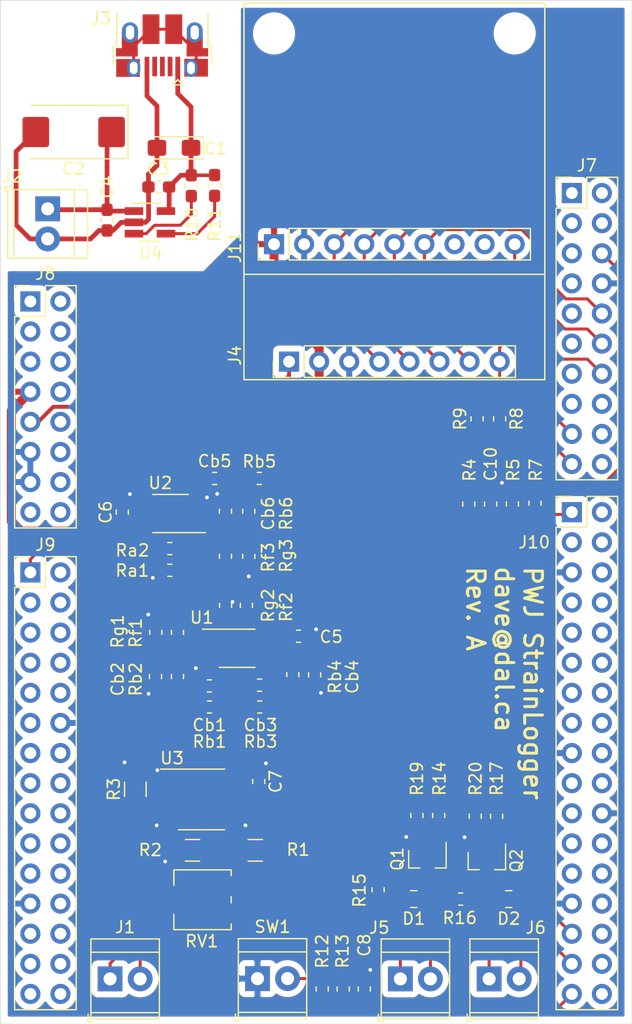
<source format=kicad_pcb>
(kicad_pcb (version 20171130) (host pcbnew "(5.1.5-0)")
  (title_block (title "PWJ StrainLogger") (company "Dalhousie University") (comment 1 "David Kalliecharan") (comment 2 dave@dal.ca))
  (layers (0 F.Cu signal) (31 B.Cu signal) (36 B.SilkS user) (37 F.SilkS user) (38 B.Mask user) (39 F.Mask user) (44 Edge.Cuts user))
  (net 0 "")
  (net 1 "Net-(C1-Pad2)")
  (net 2 "Net-(C1-Pad1)")
  (net 3 "Net-(C2-Pad1)")
  (net 4 /+3v3)
  (net 5 GND)
  (net 6 /SWSTART)
  (net 7 /AVDD)
  (net 8 "Net-(Cb1-Pad2)")
  (net 9 "Net-(Cb1-Pad1)")
  (net 10 "Net-(Cb2-Pad1)")
  (net 11 "Net-(Cb3-Pad2)")
  (net 12 "Net-(Cb3-Pad1)")
  (net 13 "Net-(Cb4-Pad1)")
  (net 14 "Net-(Cb5-Pad1)")
  (net 15 "Net-(Cb6-Pad1)")
  (net 16 "Net-(D1-Pad2)")
  (net 17 "Net-(D1-Pad1)")
  (net 18 "Net-(D2-Pad1)")
  (net 19 "Net-(D2-Pad2)")
  (net 20 /V+)
  (net 21 "Net-(J3-Pad6)")
  (net 22 "Net-(J3-Pad2)")
  (net 23 "Net-(J3-Pad3)")
  (net 24 "Net-(J3-Pad4)")
  (net 25 /SPI1_MOSI_DI)
  (net 26 /SPI1_CS)
  (net 27 /+5V)
  (net 28 /SPI1_SCK)
  (net 29 /SPI1_MISO_DO)
  (net 30 "Net-(J7-Pad1)")
  (net 31 "Net-(J7-Pad2)")
  (net 32 "Net-(J7-Pad3)")
  (net 33 "Net-(J7-Pad4)")
  (net 34 "Net-(J7-Pad5)")
  (net 35 "Net-(J7-Pad6)")
  (net 36 "Net-(J7-Pad7)")
  (net 37 "Net-(J7-Pad9)")
  (net 38 "Net-(J7-Pad11)")
  (net 39 "Net-(J7-Pad13)")
  (net 40 "Net-(J7-Pad15)")
  (net 41 "Net-(J7-Pad16)")
  (net 42 "Net-(J7-Pad18)")
  (net 43 "Net-(J7-Pad20)")
  (net 44 "Net-(J8-Pad1)")
  (net 45 /PWR_LED)
  (net 46 "Net-(J8-Pad3)")
  (net 47 /DATA_ACQ_LED)
  (net 48 "Net-(J8-Pad5)")
  (net 49 /CD)
  (net 50 "Net-(J8-Pad10)")
  (net 51 "Net-(J8-Pad12)")
  (net 52 "Net-(J8-Pad14)")
  (net 53 "Net-(J8-Pad15)")
  (net 54 "Net-(J8-Pad16)")
  (net 55 /ADC1_PA3)
  (net 56 "Net-(J9-Pad2)")
  (net 57 "Net-(J9-Pad3)")
  (net 58 "Net-(J9-Pad4)")
  (net 59 "Net-(J9-Pad5)")
  (net 60 "Net-(J9-Pad6)")
  (net 61 "Net-(J9-Pad7)")
  (net 62 "Net-(J9-Pad8)")
  (net 63 "Net-(J9-Pad9)")
  (net 64 "Net-(J9-Pad10)")
  (net 65 "Net-(J9-Pad11)")
  (net 66 "Net-(J9-Pad13)")
  (net 67 "Net-(J9-Pad14)")
  (net 68 "Net-(J9-Pad15)")
  (net 69 "Net-(J9-Pad16)")
  (net 70 "Net-(J9-Pad17)")
  (net 71 "Net-(J9-Pad18)")
  (net 72 "Net-(J9-Pad19)")
  (net 73 "Net-(J9-Pad20)")
  (net 74 "Net-(J9-Pad21)")
  (net 75 "Net-(J9-Pad22)")
  (net 76 "Net-(J9-Pad24)")
  (net 77 "Net-(J9-Pad25)")
  (net 78 "Net-(J9-Pad26)")
  (net 79 "Net-(J9-Pad27)")
  (net 80 "Net-(J9-Pad28)")
  (net 81 "Net-(J9-Pad29)")
  (net 82 "Net-(J9-Pad30)")
  (net 83 "Net-(J10-Pad2)")
  (net 84 "Net-(J10-Pad3)")
  (net 85 "Net-(J10-Pad4)")
  (net 86 "Net-(J10-Pad6)")
  (net 87 "Net-(J10-Pad7)")
  (net 88 "Net-(J10-Pad8)")
  (net 89 "Net-(J10-Pad9)")
  (net 90 "Net-(J10-Pad10)")
  (net 91 "Net-(J10-Pad11)")
  (net 92 "Net-(J10-Pad12)")
  (net 93 "Net-(J10-Pad13)")
  (net 94 "Net-(J10-Pad14)")
  (net 95 "Net-(J10-Pad15)")
  (net 96 "Net-(J10-Pad16)")
  (net 97 "Net-(J10-Pad18)")
  (net 98 "Net-(J10-Pad19)")
  (net 99 "Net-(J10-Pad20)")
  (net 100 "Net-(J10-Pad21)")
  (net 101 "Net-(J10-Pad23)")
  (net 102 "Net-(J10-Pad24)")
  (net 103 "Net-(J10-Pad25)")
  (net 104 "Net-(J10-Pad26)")
  (net 105 "Net-(J10-Pad28)")
  (net 106 "Net-(J10-Pad30)")
  (net 107 "Net-(J10-Pad32)")
  (net 108 "Net-(J10-Pad34)")
  (net 109 "Net-(Q1-Pad1)")
  (net 110 "Net-(Q2-Pad1)")
  (net 111 /V-)
  (net 112 /FLG)
  (net 113 /EN)
  (net 114 "Net-(R12-Pad2)")
  (net 115 "Net-(Ra1-Pad1)")
  (net 116 /SIG_FROM_IA)
  (net 117 "Net-(Rf1-Pad2)")
  (net 118 "Net-(Rf2-Pad2)")
  (net 119 "Net-(Rf3-Pad2)")
  (net 120 "Net-(U3-Pad8)")
  (net 121 /BUTTER_OUT)
  (net 122 "Net-(J8-Pad2)")
  (net 123 "Net-(J8-Pad4)")
  (net 124 "Net-(J8-Pad6)")
  (net 125 "Net-(J8-Pad8)")
  (net 126 /CD_MICROSD_SDIO)
  (net 127 "Net-(J11-Pad8)")
  (net 128 "Net-(J11-Pad7)")
  (net 129 "Net-(J1-Pad2)")
  (module Personal:Adafruit_microSD_breakout_Alt (layer F.Cu) (at 151.384 71.12 90)
    (fp_text reference J4 (at 0.508 -4.572 90) (layer F.SilkS))
    (fp_text value microSD)
    (pad 5 thru_hole oval (at 0 10.16 90) (size 1.7 1.7) (drill 1) (layers *.Cu *.Mask) (net 29 /SPI1_MISO_DO))
    (pad 4 thru_hole oval (at 0 7.62 90) (size 1.7 1.7) (drill 1) (layers *.Cu *.Mask) (net 28 /SPI1_SCK))
    (pad "" np_thru_hole circle (at 27.686 19.05 90) (size 2.54 2.54) (drill 2.54) (layers *.Cu *.Mask))
    (pad "" np_thru_hole circle (at 27.686 -1.27 90) (size 2.54 2.54) (drill 2.54) (layers *.Cu *.Mask))
    (pad 6 thru_hole oval (at 0 12.7 90) (size 1.7 1.7) (drill 1) (layers *.Cu *.Mask) (net 25 /SPI1_MOSI_DI))
    (pad 2 thru_hole oval (at 0 2.54 90) (size 1.7 1.7) (drill 1) (layers *.Cu *.Mask) (net 4 /+3v3))
    (pad 8 thru_hole oval (at 0 17.78 90) (size 1.7 1.7) (drill 1) (layers *.Cu *.Mask) (net 126 /CD_MICROSD_SDIO))
    (pad 3 thru_hole oval (at 0 5.08 90) (size 1.7 1.7) (drill 1) (layers *.Cu *.Mask) (net 5 GND))
    (pad 1 thru_hole rect (at 0 0 90) (size 1.7 1.7) (drill 1) (layers *.Cu *.Mask) (net 27 /+5V))
    (pad 7 thru_hole oval (at 0 15.24 90) (size 1.7 1.7) (drill 1) (layers *.Cu *.Mask) (net 26 /SPI1_CS))
  )
  (module TerminalBlock_TE-Connectivity:TerminalBlock_TE_282834-2_1x02_P2.54mm_Horizontal (layer F.Cu) (at 148.717 123.1646)
    (fp_text reference SW1 (at 1.27 -4.37) (layer F.SilkS))
    (fp_text value SWSTART)
    (pad 2 thru_hole circle (at 2.54 0) (size 2.1 2.1) (drill 1.1) (layers *.Cu *.Mask) (net 114 "Net-(R12-Pad2)"))
    (pad 1 thru_hole rect (at 0 0) (size 2.1 2.1) (drill 1.1) (layers *.Cu *.Mask) (net 5 GND))
  )
  (module TerminalBlock_TE-Connectivity:TerminalBlock_TE_282834-2_1x02_P2.54mm_Horizontal (layer F.Cu) (at 160.782 123.19)
    (fp_text reference J5 (at -1.778 -4.318) (layer F.SilkS))
    (fp_text value CONN_LEDPWR)
    (pad 2 thru_hole circle (at 2.54 0) (size 2.1 2.1) (drill 1.1) (layers *.Cu *.Mask) (net 17 "Net-(D1-Pad1)"))
    (pad 1 thru_hole rect (at 0 0) (size 2.1 2.1) (drill 1.1) (layers *.Cu *.Mask) (net 16 "Net-(D1-Pad2)"))
  )
  (module Resistor_SMD:R_0603_1608Metric_Pad1.05x0.95mm_HandSolder (layer F.Cu) (at 148.8694 80.9752)
    (fp_text reference Rb5 (at 0 -1.43) (layer F.SilkS))
    (fp_text value R1.6K)
    (pad 2 smd roundrect (at 0.875 0) (size 1.05 0.95) (layers F.Cu F.Paste F.Mask) (net 11 "Net-(Cb3-Pad2)"))
    (pad 1 smd roundrect (at -0.875 0) (size 1.05 0.95) (layers F.Cu F.Paste F.Mask) (net 14 "Net-(Cb5-Pad1)"))
  )
  (module Resistor_SMD:R_0603_1608Metric_Pad1.05x0.95mm_HandSolder (layer F.Cu) (at 141.3142 86.8934)
    (fp_text reference Ra2 (at -3.1636 0.1524) (layer F.SilkS))
    (fp_text value R47K)
    (pad 1 smd roundrect (at -0.875 0) (size 1.05 0.95) (layers F.Cu F.Paste F.Mask) (net 55 /ADC1_PA3))
    (pad 2 smd roundrect (at 0.875 0) (size 1.05 0.95) (layers F.Cu F.Paste F.Mask) (net 115 "Net-(Ra1-Pad1)"))
  )
  (module Package_SO:MSOP-8_3x3mm_P0.65mm (layer F.Cu) (at 141.3764 83.9343 180)
    (fp_text reference U2 (at 0.8636 2.5781) (layer F.SilkS))
    (fp_text value ADA4084-2ARMZ)
    (pad 1 smd roundrect (at -2.1125 -0.975 180) (size 1.625 0.5) (layers F.Cu F.Paste F.Mask) (net 121 /BUTTER_OUT))
    (pad 2 smd roundrect (at -2.1125 -0.325 180) (size 1.625 0.5) (layers F.Cu F.Paste F.Mask) (net 119 "Net-(Rf3-Pad2)"))
    (pad 3 smd roundrect (at -2.1125 0.325 180) (size 1.625 0.5) (layers F.Cu F.Paste F.Mask) (net 15 "Net-(Cb6-Pad1)"))
    (pad 4 smd roundrect (at -2.1125 0.975 180) (size 1.625 0.5) (layers F.Cu F.Paste F.Mask) (net 5 GND))
    (pad 5 smd roundrect (at 2.1125 0.975 180) (size 1.625 0.5) (layers F.Cu F.Paste F.Mask) (net 121 /BUTTER_OUT))
    (pad 6 smd roundrect (at 2.1125 0.325 180) (size 1.625 0.5) (layers F.Cu F.Paste F.Mask) (net 115 "Net-(Ra1-Pad1)"))
    (pad 7 smd roundrect (at 2.1125 -0.325 180) (size 1.625 0.5) (layers F.Cu F.Paste F.Mask) (net 55 /ADC1_PA3))
    (pad 8 smd roundrect (at 2.1125 -0.975 180) (size 1.625 0.5) (layers F.Cu F.Paste F.Mask) (net 4 /+3v3))
  )
  (module Resistor_SMD:R_0603_1608Metric_Pad1.05x0.95mm_HandSolder (layer F.Cu) (at 141.3142 88.7222 180)
    (fp_text reference Ra1 (at 3.1636 -0.0254) (layer F.SilkS))
    (fp_text value R47K)
    (pad 2 smd roundrect (at 0.875 0 180) (size 1.05 0.95) (layers F.Cu F.Paste F.Mask) (net 5 GND))
    (pad 1 smd roundrect (at -0.875 0 180) (size 1.05 0.95) (layers F.Cu F.Paste F.Mask) (net 115 "Net-(Ra1-Pad1)"))
  )
  (module Resistor_SMD:R_0603_1608Metric_Pad1.05x0.95mm_HandSolder (layer F.Cu) (at 147.9804 83.7438 90)
    (fp_text reference Rb6 (at -0.1905 3.1496 90) (layer F.SilkS))
    (fp_text value R1.6K)
    (pad 1 smd roundrect (at -0.875 0 90) (size 1.05 0.95) (layers F.Cu F.Paste F.Mask) (net 15 "Net-(Cb6-Pad1)"))
    (pad 2 smd roundrect (at 0.875 0 90) (size 1.05 0.95) (layers F.Cu F.Paste F.Mask) (net 14 "Net-(Cb5-Pad1)"))
  )
  (module Resistor_SMD:R_0603_1608Metric_Pad1.05x0.95mm_HandSolder (layer F.Cu) (at 146.0119 87.5398 90)
    (fp_text reference Rf3 (at -0.0902 3.5941 90) (layer F.SilkS))
    (fp_text value R29.4K)
    (pad 2 smd roundrect (at 0.875 0 90) (size 1.05 0.95) (layers F.Cu F.Paste F.Mask) (net 119 "Net-(Rf3-Pad2)"))
    (pad 1 smd roundrect (at -0.875 0 90) (size 1.05 0.95) (layers F.Cu F.Paste F.Mask) (net 121 /BUTTER_OUT))
  )
  (module Resistor_SMD:R_0603_1608Metric_Pad1.05x0.95mm_HandSolder (layer F.Cu) (at 147.9804 87.5538 270)
    (fp_text reference Rg3 (at -0.0635 -3.1496 90) (layer F.SilkS))
    (fp_text value R20K)
    (pad 2 smd roundrect (at 0.875 0 270) (size 1.05 0.95) (layers F.Cu F.Paste F.Mask) (net 5 GND))
    (pad 1 smd roundrect (at -0.875 0 270) (size 1.05 0.95) (layers F.Cu F.Paste F.Mask) (net 119 "Net-(Rf3-Pad2)"))
  )
  (module Capacitor_SMD:C_0603_1608Metric_Pad1.05x0.95mm_HandSolder (layer F.Cu) (at 137.301 83.82 270)
    (fp_text reference C6 (at 0 1.411 90) (layer F.SilkS))
    (fp_text value C0.1u)
    (pad 1 smd roundrect (at -0.875 0 270) (size 1.05 0.95) (layers F.Cu F.Paste F.Mask) (net 5 GND))
    (pad 2 smd roundrect (at 0.875 0 270) (size 1.05 0.95) (layers F.Cu F.Paste F.Mask) (net 4 /+3v3))
  )
  (module Capacitor_SMD:C_0603_1608Metric_Pad1.05x0.95mm_HandSolder (layer F.Cu) (at 145.0988 80.9752 180)
    (fp_text reference Cb5 (at 0 1.4605) (layer F.SilkS))
    (fp_text value C4.7n)
    (pad 1 smd roundrect (at -0.875 0 180) (size 1.05 0.95) (layers F.Cu F.Paste F.Mask) (net 14 "Net-(Cb5-Pad1)"))
    (pad 2 smd roundrect (at 0.875 0 180) (size 1.05 0.95) (layers F.Cu F.Paste F.Mask) (net 121 /BUTTER_OUT))
  )
  (module Capacitor_SMD:C_0603_1608Metric_Pad1.05x0.95mm_HandSolder (layer F.Cu) (at 146.0119 83.7438 90)
    (fp_text reference Cb6 (at -0.1905 3.5941 90) (layer F.SilkS))
    (fp_text value C4.7n)
    (pad 1 smd roundrect (at -0.875 0 90) (size 1.05 0.95) (layers F.Cu F.Paste F.Mask) (net 15 "Net-(Cb6-Pad1)"))
    (pad 2 smd roundrect (at 0.875 0 90) (size 1.05 0.95) (layers F.Cu F.Paste F.Mask) (net 5 GND))
  )
  (module Connector_PinHeader_2.54mm:PinHeader_2x15_P2.54mm_Vertical (layer F.Cu) (at 129.54 88.9)
    (fp_text reference J9 (at 1.27 -2.33) (layer F.SilkS))
    (fp_text value CN9)
    (pad 1 thru_hole rect (at 0 0) (size 1.7 1.7) (drill 1) (layers *.Cu *.Mask) (net 55 /ADC1_PA3))
    (pad 2 thru_hole oval (at 2.54 0) (size 1.7 1.7) (drill 1) (layers *.Cu *.Mask) (net 56 "Net-(J9-Pad2)"))
    (pad 3 thru_hole oval (at 0 2.54) (size 1.7 1.7) (drill 1) (layers *.Cu *.Mask) (net 57 "Net-(J9-Pad3)"))
    (pad 4 thru_hole oval (at 2.54 2.54) (size 1.7 1.7) (drill 1) (layers *.Cu *.Mask) (net 58 "Net-(J9-Pad4)"))
    (pad 5 thru_hole oval (at 0 5.08) (size 1.7 1.7) (drill 1) (layers *.Cu *.Mask) (net 59 "Net-(J9-Pad5)"))
    (pad 6 thru_hole oval (at 2.54 5.08) (size 1.7 1.7) (drill 1) (layers *.Cu *.Mask) (net 60 "Net-(J9-Pad6)"))
    (pad 7 thru_hole oval (at 0 7.62) (size 1.7 1.7) (drill 1) (layers *.Cu *.Mask) (net 61 "Net-(J9-Pad7)"))
    (pad 8 thru_hole oval (at 2.54 7.62) (size 1.7 1.7) (drill 1) (layers *.Cu *.Mask) (net 62 "Net-(J9-Pad8)"))
    (pad 9 thru_hole oval (at 0 10.16) (size 1.7 1.7) (drill 1) (layers *.Cu *.Mask) (net 63 "Net-(J9-Pad9)"))
    (pad 10 thru_hole oval (at 2.54 10.16) (size 1.7 1.7) (drill 1) (layers *.Cu *.Mask) (net 64 "Net-(J9-Pad10)"))
    (pad 11 thru_hole oval (at 0 12.7) (size 1.7 1.7) (drill 1) (layers *.Cu *.Mask) (net 65 "Net-(J9-Pad11)"))
    (pad 12 thru_hole oval (at 2.54 12.7) (size 1.7 1.7) (drill 1) (layers *.Cu *.Mask) (net 5 GND))
    (pad 13 thru_hole oval (at 0 15.24) (size 1.7 1.7) (drill 1) (layers *.Cu *.Mask) (net 66 "Net-(J9-Pad13)"))
    (pad 14 thru_hole oval (at 2.54 15.24) (size 1.7 1.7) (drill 1) (layers *.Cu *.Mask) (net 67 "Net-(J9-Pad14)"))
    (pad 15 thru_hole oval (at 0 17.78) (size 1.7 1.7) (drill 1) (layers *.Cu *.Mask) (net 68 "Net-(J9-Pad15)"))
    (pad 16 thru_hole oval (at 2.54 17.78) (size 1.7 1.7) (drill 1) (layers *.Cu *.Mask) (net 69 "Net-(J9-Pad16)"))
    (pad 17 thru_hole oval (at 0 20.32) (size 1.7 1.7) (drill 1) (layers *.Cu *.Mask) (net 70 "Net-(J9-Pad17)"))
    (pad 18 thru_hole oval (at 2.54 20.32) (size 1.7 1.7) (drill 1) (layers *.Cu *.Mask) (net 71 "Net-(J9-Pad18)"))
    (pad 19 thru_hole oval (at 0 22.86) (size 1.7 1.7) (drill 1) (layers *.Cu *.Mask) (net 72 "Net-(J9-Pad19)"))
    (pad 20 thru_hole oval (at 2.54 22.86) (size 1.7 1.7) (drill 1) (layers *.Cu *.Mask) (net 73 "Net-(J9-Pad20)"))
    (pad 21 thru_hole oval (at 0 25.4) (size 1.7 1.7) (drill 1) (layers *.Cu *.Mask) (net 74 "Net-(J9-Pad21)"))
    (pad 22 thru_hole oval (at 2.54 25.4) (size 1.7 1.7) (drill 1) (layers *.Cu *.Mask) (net 75 "Net-(J9-Pad22)"))
    (pad 23 thru_hole oval (at 0 27.94) (size 1.7 1.7) (drill 1) (layers *.Cu *.Mask) (net 5 GND))
    (pad 24 thru_hole oval (at 2.54 27.94) (size 1.7 1.7) (drill 1) (layers *.Cu *.Mask) (net 76 "Net-(J9-Pad24)"))
    (pad 25 thru_hole oval (at 0 30.48) (size 1.7 1.7) (drill 1) (layers *.Cu *.Mask) (net 77 "Net-(J9-Pad25)"))
    (pad 26 thru_hole oval (at 2.54 30.48) (size 1.7 1.7) (drill 1) (layers *.Cu *.Mask) (net 78 "Net-(J9-Pad26)"))
    (pad 27 thru_hole oval (at 0 33.02) (size 1.7 1.7) (drill 1) (layers *.Cu *.Mask) (net 79 "Net-(J9-Pad27)"))
    (pad 28 thru_hole oval (at 2.54 33.02) (size 1.7 1.7) (drill 1) (layers *.Cu *.Mask) (net 80 "Net-(J9-Pad28)"))
    (pad 29 thru_hole oval (at 0 35.56) (size 1.7 1.7) (drill 1) (layers *.Cu *.Mask) (net 81 "Net-(J9-Pad29)"))
    (pad 30 thru_hole oval (at 2.54 35.56) (size 1.7 1.7) (drill 1) (layers *.Cu *.Mask) (net 82 "Net-(J9-Pad30)"))
  )
  (module Connector_PinHeader_2.54mm:PinHeader_2x17_P2.54mm_Vertical (layer F.Cu) (at 175.26 83.82)
    (fp_text reference J10 (at -3.175 2.54 180) (layer F.SilkS))
    (fp_text value CN10)
    (pad 1 thru_hole rect (at 0 0) (size 1.7 1.7) (drill 1) (layers *.Cu *.Mask) (net 7 /AVDD))
    (pad 2 thru_hole oval (at 2.54 0) (size 1.7 1.7) (drill 1) (layers *.Cu *.Mask) (net 83 "Net-(J10-Pad2)"))
    (pad 3 thru_hole oval (at 0 2.54) (size 1.7 1.7) (drill 1) (layers *.Cu *.Mask) (net 84 "Net-(J10-Pad3)"))
    (pad 4 thru_hole oval (at 2.54 2.54) (size 1.7 1.7) (drill 1) (layers *.Cu *.Mask) (net 85 "Net-(J10-Pad4)"))
    (pad 5 thru_hole oval (at 0 5.08) (size 1.7 1.7) (drill 1) (layers *.Cu *.Mask) (net 5 GND))
    (pad 6 thru_hole oval (at 2.54 5.08) (size 1.7 1.7) (drill 1) (layers *.Cu *.Mask) (net 86 "Net-(J10-Pad6)"))
    (pad 7 thru_hole oval (at 0 7.62) (size 1.7 1.7) (drill 1) (layers *.Cu *.Mask) (net 87 "Net-(J10-Pad7)"))
    (pad 8 thru_hole oval (at 2.54 7.62) (size 1.7 1.7) (drill 1) (layers *.Cu *.Mask) (net 88 "Net-(J10-Pad8)"))
    (pad 9 thru_hole oval (at 0 10.16) (size 1.7 1.7) (drill 1) (layers *.Cu *.Mask) (net 89 "Net-(J10-Pad9)"))
    (pad 10 thru_hole oval (at 2.54 10.16) (size 1.7 1.7) (drill 1) (layers *.Cu *.Mask) (net 90 "Net-(J10-Pad10)"))
    (pad 11 thru_hole oval (at 0 12.7) (size 1.7 1.7) (drill 1) (layers *.Cu *.Mask) (net 91 "Net-(J10-Pad11)"))
    (pad 12 thru_hole oval (at 2.54 12.7) (size 1.7 1.7) (drill 1) (layers *.Cu *.Mask) (net 92 "Net-(J10-Pad12)"))
    (pad 13 thru_hole oval (at 0 15.24) (size 1.7 1.7) (drill 1) (layers *.Cu *.Mask) (net 93 "Net-(J10-Pad13)"))
    (pad 14 thru_hole oval (at 2.54 15.24) (size 1.7 1.7) (drill 1) (layers *.Cu *.Mask) (net 94 "Net-(J10-Pad14)"))
    (pad 15 thru_hole oval (at 0 17.78) (size 1.7 1.7) (drill 1) (layers *.Cu *.Mask) (net 95 "Net-(J10-Pad15)"))
    (pad 16 thru_hole oval (at 2.54 17.78) (size 1.7 1.7) (drill 1) (layers *.Cu *.Mask) (net 96 "Net-(J10-Pad16)"))
    (pad 17 thru_hole oval (at 0 20.32) (size 1.7 1.7) (drill 1) (layers *.Cu *.Mask) (net 5 GND))
    (pad 18 thru_hole oval (at 2.54 20.32) (size 1.7 1.7) (drill 1) (layers *.Cu *.Mask) (net 97 "Net-(J10-Pad18)"))
    (pad 19 thru_hole oval (at 0 22.86) (size 1.7 1.7) (drill 1) (layers *.Cu *.Mask) (net 98 "Net-(J10-Pad19)"))
    (pad 20 thru_hole oval (at 2.54 22.86) (size 1.7 1.7) (drill 1) (layers *.Cu *.Mask) (net 99 "Net-(J10-Pad20)"))
    (pad 21 thru_hole oval (at 0 25.4) (size 1.7 1.7) (drill 1) (layers *.Cu *.Mask) (net 100 "Net-(J10-Pad21)"))
    (pad 22 thru_hole oval (at 2.54 25.4) (size 1.7 1.7) (drill 1) (layers *.Cu *.Mask) (net 5 GND))
    (pad 23 thru_hole oval (at 0 27.94) (size 1.7 1.7) (drill 1) (layers *.Cu *.Mask) (net 101 "Net-(J10-Pad23)"))
    (pad 24 thru_hole oval (at 2.54 27.94) (size 1.7 1.7) (drill 1) (layers *.Cu *.Mask) (net 102 "Net-(J10-Pad24)"))
    (pad 25 thru_hole oval (at 0 30.48) (size 1.7 1.7) (drill 1) (layers *.Cu *.Mask) (net 103 "Net-(J10-Pad25)"))
    (pad 26 thru_hole oval (at 2.54 30.48) (size 1.7 1.7) (drill 1) (layers *.Cu *.Mask) (net 104 "Net-(J10-Pad26)"))
    (pad 27 thru_hole oval (at 0 33.02) (size 1.7 1.7) (drill 1) (layers *.Cu *.Mask) (net 5 GND))
    (pad 28 thru_hole oval (at 2.54 33.02) (size 1.7 1.7) (drill 1) (layers *.Cu *.Mask) (net 105 "Net-(J10-Pad28)"))
    (pad 29 thru_hole oval (at 0 35.56) (size 1.7 1.7) (drill 1) (layers *.Cu *.Mask) (net 45 /PWR_LED))
    (pad 30 thru_hole oval (at 2.54 35.56) (size 1.7 1.7) (drill 1) (layers *.Cu *.Mask) (net 106 "Net-(J10-Pad30)"))
    (pad 31 thru_hole oval (at 0 38.1) (size 1.7 1.7) (drill 1) (layers *.Cu *.Mask) (net 47 /DATA_ACQ_LED))
    (pad 32 thru_hole oval (at 2.54 38.1) (size 1.7 1.7) (drill 1) (layers *.Cu *.Mask) (net 107 "Net-(J10-Pad32)"))
    (pad 33 thru_hole oval (at 0 40.64) (size 1.7 1.7) (drill 1) (layers *.Cu *.Mask) (net 6 /SWSTART))
    (pad 34 thru_hole oval (at 2.54 40.64) (size 1.7 1.7) (drill 1) (layers *.Cu *.Mask) (net 108 "Net-(J10-Pad34)"))
  )
  (module Capacitor_SMD:C_0603_1608Metric_Pad1.05x0.95mm_HandSolder (layer F.Cu) (at 140.3845 56.388 180)
    (fp_text reference C3 (at 0.0495 1.524) (layer F.SilkS))
    (fp_text value C0.1u)
    (pad 2 smd roundrect (at 0.875 0 180) (size 1.05 0.95) (layers F.Cu F.Paste F.Mask) (net 1 "Net-(C1-Pad2)"))
    (pad 1 smd roundrect (at -0.875 0 180) (size 1.05 0.95) (layers F.Cu F.Paste F.Mask) (net 2 "Net-(C1-Pad1)"))
  )
  (module Capacitor_SMD:C_0603_1608Metric_Pad1.05x0.95mm_HandSolder (layer F.Cu) (at 136.017 59.182 270)
    (fp_text reference C4 (at -2.794 0 90) (layer F.SilkS))
    (fp_text value C0.1u)
    (pad 1 smd roundrect (at -0.875 0 270) (size 1.05 0.95) (layers F.Cu F.Paste F.Mask) (net 3 "Net-(C2-Pad1)"))
    (pad 2 smd roundrect (at 0.875 0 270) (size 1.05 0.95) (layers F.Cu F.Paste F.Mask) (net 1 "Net-(C1-Pad2)"))
  )
  (module Capacitor_SMD:C_0603_1608Metric_Pad1.05x0.95mm_HandSolder (layer F.Cu) (at 152.1828 94.2848)
    (fp_text reference C5 (at 2.7572 0.0508) (layer F.SilkS))
    (fp_text value C0.1u)
    (pad 1 smd roundrect (at -0.875 0) (size 1.05 0.95) (layers F.Cu F.Paste F.Mask) (net 4 /+3v3))
    (pad 2 smd roundrect (at 0.875 0) (size 1.05 0.95) (layers F.Cu F.Paste F.Mask) (net 5 GND))
  )
  (module Capacitor_SMD:C_0603_1608Metric_Pad1.05x0.95mm_HandSolder (layer F.Cu) (at 148.8186 106.5416 270)
    (fp_text reference C7 (at 0 -1.43 90) (layer F.SilkS))
    (fp_text value C0.1u)
    (pad 2 smd roundrect (at 0.875 0 270) (size 1.05 0.95) (layers F.Cu F.Paste F.Mask) (net 4 /+3v3))
    (pad 1 smd roundrect (at -0.875 0 270) (size 1.05 0.95) (layers F.Cu F.Paste F.Mask) (net 5 GND))
  )
  (module Capacitor_SMD:C_0603_1608Metric_Pad1.05x0.95mm_HandSolder (layer F.Cu) (at 157.734 124.0422 90)
    (fp_text reference C8 (at 3.697 0 90) (layer F.SilkS))
    (fp_text value C0.1u)
    (pad 1 smd roundrect (at -0.875 0 90) (size 1.05 0.95) (layers F.Cu F.Paste F.Mask) (net 6 /SWSTART))
    (pad 2 smd roundrect (at 0.875 0 90) (size 1.05 0.95) (layers F.Cu F.Paste F.Mask) (net 5 GND))
  )
  (module Capacitor_SMD:C_0603_1608Metric_Pad1.05x0.95mm_HandSolder (layer F.Cu) (at 168.402 83.1355 270)
    (fp_text reference C10 (at -3.3795 0 90) (layer F.SilkS))
    (fp_text value C0.1u)
    (pad 2 smd roundrect (at 0.875 0 270) (size 1.05 0.95) (layers F.Cu F.Paste F.Mask) (net 7 /AVDD))
    (pad 1 smd roundrect (at -0.875 0 270) (size 1.05 0.95) (layers F.Cu F.Paste F.Mask) (net 5 GND))
  )
  (module Capacitor_SMD:C_0603_1608Metric_Pad1.05x0.95mm_HandSolder (layer F.Cu) (at 144.653 98.4758)
    (fp_text reference Cb1 (at 0 3.302) (layer F.SilkS))
    (fp_text value C4.7n)
    (pad 2 smd roundrect (at 0.875 0) (size 1.05 0.95) (layers F.Cu F.Paste F.Mask) (net 8 "Net-(Cb1-Pad2)"))
    (pad 1 smd roundrect (at -0.875 0) (size 1.05 0.95) (layers F.Cu F.Paste F.Mask) (net 9 "Net-(Cb1-Pad1)"))
  )
  (module Capacitor_SMD:C_0603_1608Metric_Pad1.05x0.95mm_HandSolder (layer F.Cu) (at 140.1064 97.6884 270)
    (fp_text reference Cb2 (at 0.2286 3.2004 90) (layer F.SilkS))
    (fp_text value C4.7n)
    (pad 1 smd roundrect (at -0.875 0 270) (size 1.05 0.95) (layers F.Cu F.Paste F.Mask) (net 10 "Net-(Cb2-Pad1)"))
    (pad 2 smd roundrect (at 0.875 0 270) (size 1.05 0.95) (layers F.Cu F.Paste F.Mask) (net 5 GND))
  )
  (module Capacitor_SMD:C_0603_1608Metric_Pad1.05x0.95mm_HandSolder (layer F.Cu) (at 148.8935 98.4123 180)
    (fp_text reference Cb3 (at -0.0775 -3.3655) (layer F.SilkS))
    (fp_text value C4.7n)
    (pad 2 smd roundrect (at 0.875 0 180) (size 1.05 0.95) (layers F.Cu F.Paste F.Mask) (net 11 "Net-(Cb3-Pad2)"))
    (pad 1 smd roundrect (at -0.875 0 180) (size 1.05 0.95) (layers F.Cu F.Paste F.Mask) (net 12 "Net-(Cb3-Pad1)"))
  )
  (module Capacitor_SMD:C_0603_1608Metric_Pad1.05x0.95mm_HandSolder (layer F.Cu) (at 153.543 97.5373 270)
    (fp_text reference Cb4 (at 0.1765 -3.175 90) (layer F.SilkS))
    (fp_text value C4.7n)
    (pad 1 smd roundrect (at -0.875 0 270) (size 1.05 0.95) (layers F.Cu F.Paste F.Mask) (net 13 "Net-(Cb4-Pad1)"))
    (pad 2 smd roundrect (at 0.875 0 270) (size 1.05 0.95) (layers F.Cu F.Paste F.Mask) (net 5 GND))
  )
  (module Capacitor_SMD:C_0805_2012Metric_Pad1.15x1.40mm_HandSolder (layer F.Cu) (at 161.916 116.459 180)
    (fp_text reference D1 (at 0 -1.65) (layer F.SilkS))
    (fp_text value LEDPWR)
    (pad 2 smd roundrect (at 1.025 0 180) (size 1.15 1.4) (layers F.Cu F.Paste F.Mask) (roundrect_rratio 0.217391) (net 16 "Net-(D1-Pad2)"))
    (pad 1 smd roundrect (at -1.025 0 180) (size 1.15 1.4) (layers F.Cu F.Paste F.Mask) (roundrect_rratio 0.217391) (net 17 "Net-(D1-Pad1)"))
  )
  (module Capacitor_SMD:C_0805_2012Metric_Pad1.15x1.40mm_HandSolder (layer F.Cu) (at 169.935 116.459 180)
    (fp_text reference D2 (at 0 -1.65) (layer F.SilkS))
    (fp_text value LEDDATA)
    (pad 1 smd roundrect (at -1.025 0 180) (size 1.15 1.4) (layers F.Cu F.Paste F.Mask) (roundrect_rratio 0.217391) (net 18 "Net-(D2-Pad1)"))
    (pad 2 smd roundrect (at 1.025 0 180) (size 1.15 1.4) (layers F.Cu F.Paste F.Mask) (roundrect_rratio 0.217391) (net 19 "Net-(D2-Pad2)"))
  )
  (module TerminalBlock_TE-Connectivity:TerminalBlock_TE_282834-2_1x02_P2.54mm_Horizontal (layer F.Cu) (at 136.271 123.19)
    (fp_text reference J1 (at 1.27 -4.37) (layer F.SilkS))
    (fp_text value "Strain Gauge")
    (pad 1 thru_hole rect (at 0 0) (size 2.1 2.1) (drill 1.1) (layers *.Cu *.Mask) (net 20 /V+))
    (pad 2 thru_hole circle (at 2.54 0) (size 2.1 2.1) (drill 1.1) (layers *.Cu *.Mask) (net 129 "Net-(J1-Pad2)"))
  )
  (module TerminalBlock_TE-Connectivity:TerminalBlock_TE_282834-2_1x02_P2.54mm_Horizontal (layer F.Cu) (at 131.0005 58.2295 270)
    (fp_text reference J2 (at -2.7305 2.9845 180) (layer F.SilkS))
    (fp_text value "NUCLEO E5V")
    (pad 1 thru_hole rect (at 0 0 270) (size 2.1 2.1) (drill 1.1) (layers *.Cu *.Mask) (net 3 "Net-(C2-Pad1)"))
    (pad 2 thru_hole circle (at 2.54 0 270) (size 2.1 2.1) (drill 1.1) (layers *.Cu *.Mask) (net 1 "Net-(C1-Pad2)"))
  )
  (module Connector_USB:USB_Micro-B_Amphenol_10103594-0001LF_Horizontal (layer F.Cu) (at 140.661 44.463 180)
    (fp_text reference J3 (at 5.152 2.299) (layer F.SilkS))
    (fp_text value "Power In")
    (pad 6 smd rect (at 2.725 0.185 180) (size 1.35 2) (layers F.Cu F.Paste F.Mask) (net 21 "Net-(J3-Pad6)"))
    (pad 6 smd rect (at -2.755 0.185 180) (size 1.35 2) (layers F.Cu F.Paste F.Mask) (net 21 "Net-(J3-Pad6)"))
    (pad 6 smd rect (at -2.975 -0.565 180) (size 1.825 0.7) (layers F.Cu F.Paste F.Mask) (net 21 "Net-(J3-Pad6)"))
    (pad 6 smd rect (at 2.975 -0.565 180) (size 1.825 0.7) (layers F.Cu F.Paste F.Mask) (net 21 "Net-(J3-Pad6)"))
    (pad 6 smd rect (at -2.875 -1.865 180) (size 2 1.5) (layers F.Cu F.Paste F.Mask) (net 21 "Net-(J3-Pad6)"))
    (pad 6 smd rect (at 2.875 -1.885 180) (size 2 1.5) (layers F.Cu F.Paste F.Mask) (net 21 "Net-(J3-Pad6)"))
    (pad 1 smd rect (at -1.325 -1.765 270) (size 1.65 0.4) (layers F.Cu F.Paste F.Mask) (net 2 "Net-(C1-Pad1)"))
    (pad 2 smd rect (at -0.675 -1.765 270) (size 1.65 0.4) (layers F.Cu F.Paste F.Mask) (net 22 "Net-(J3-Pad2)"))
    (pad 3 smd rect (at -0.025 -1.765 270) (size 1.65 0.4) (layers F.Cu F.Paste F.Mask) (net 23 "Net-(J3-Pad3)"))
    (pad 4 smd rect (at 0.625 -1.765 270) (size 1.65 0.4) (layers F.Cu F.Paste F.Mask) (net 24 "Net-(J3-Pad4)"))
    (pad 5 smd rect (at 1.275 -1.765 270) (size 1.65 0.4) (layers F.Cu F.Paste F.Mask) (net 1 "Net-(C1-Pad2)"))
    (pad 6 thru_hole oval (at -2.445 -1.885 270) (size 1.5 1.1) (drill oval 1.05 0.65) (layers *.Cu *.Mask) (net 21 "Net-(J3-Pad6)"))
    (pad 6 thru_hole oval (at 2.395 -1.885 270) (size 1.5 1.1) (drill oval 1.05 0.65) (layers *.Cu *.Mask) (net 21 "Net-(J3-Pad6)"))
    (pad 6 thru_hole oval (at -2.755 1.115 270) (size 1.7 1.35) (drill oval 1.2 0.7) (layers *.Cu *.Mask) (net 21 "Net-(J3-Pad6)"))
    (pad 6 thru_hole oval (at 2.705 1.115 270) (size 1.7 1.35) (drill oval 1.2 0.7) (layers *.Cu *.Mask) (net 21 "Net-(J3-Pad6)"))
    (pad 6 smd rect (at -0.985 1.385 270) (size 2.5 1.43) (layers F.Cu F.Paste F.Mask) (net 21 "Net-(J3-Pad6)"))
    (pad 6 smd rect (at 0.935 1.385 270) (size 2.5 1.43) (layers F.Cu F.Paste F.Mask) (net 21 "Net-(J3-Pad6)"))
  )
  (module TerminalBlock_TE-Connectivity:TerminalBlock_TE_282834-2_1x02_P2.54mm_Horizontal (layer F.Cu) (at 168.275 123.19)
    (fp_text reference J6 (at 3.937 -4.318) (layer F.SilkS))
    (fp_text value CONN_LEDPWR)
    (pad 1 thru_hole rect (at 0 0) (size 2.1 2.1) (drill 1.1) (layers *.Cu *.Mask) (net 19 "Net-(D2-Pad2)"))
    (pad 2 thru_hole circle (at 2.54 0) (size 2.1 2.1) (drill 1.1) (layers *.Cu *.Mask) (net 18 "Net-(D2-Pad1)"))
  )
  (module Connector_PinHeader_2.54mm:PinHeader_2x10_P2.54mm_Vertical (layer F.Cu) (at 175.26 56.9)
    (fp_text reference J7 (at 1.27 -2.33) (layer F.SilkS))
    (fp_text value CN7)
    (pad 1 thru_hole rect (at 0 0) (size 1.7 1.7) (drill 1) (layers *.Cu *.Mask) (net 30 "Net-(J7-Pad1)"))
    (pad 2 thru_hole oval (at 2.54 0) (size 1.7 1.7) (drill 1) (layers *.Cu *.Mask) (net 31 "Net-(J7-Pad2)"))
    (pad 3 thru_hole oval (at 0 2.54) (size 1.7 1.7) (drill 1) (layers *.Cu *.Mask) (net 32 "Net-(J7-Pad3)"))
    (pad 4 thru_hole oval (at 2.54 2.54) (size 1.7 1.7) (drill 1) (layers *.Cu *.Mask) (net 33 "Net-(J7-Pad4)"))
    (pad 5 thru_hole oval (at 0 5.08) (size 1.7 1.7) (drill 1) (layers *.Cu *.Mask) (net 34 "Net-(J7-Pad5)"))
    (pad 6 thru_hole oval (at 2.54 5.08) (size 1.7 1.7) (drill 1) (layers *.Cu *.Mask) (net 35 "Net-(J7-Pad6)"))
    (pad 7 thru_hole oval (at 0 7.62) (size 1.7 1.7) (drill 1) (layers *.Cu *.Mask) (net 36 "Net-(J7-Pad7)"))
    (pad 8 thru_hole oval (at 2.54 7.62) (size 1.7 1.7) (drill 1) (layers *.Cu *.Mask) (net 5 GND))
    (pad 9 thru_hole oval (at 0 10.16) (size 1.7 1.7) (drill 1) (layers *.Cu *.Mask) (net 37 "Net-(J7-Pad9)"))
    (pad 10 thru_hole oval (at 2.54 10.16) (size 1.7 1.7) (drill 1) (layers *.Cu *.Mask) (net 28 /SPI1_SCK))
    (pad 11 thru_hole oval (at 0 12.7) (size 1.7 1.7) (drill 1) (layers *.Cu *.Mask) (net 38 "Net-(J7-Pad11)"))
    (pad 12 thru_hole oval (at 2.54 12.7) (size 1.7 1.7) (drill 1) (layers *.Cu *.Mask) (net 29 /SPI1_MISO_DO))
    (pad 13 thru_hole oval (at 0 15.24) (size 1.7 1.7) (drill 1) (layers *.Cu *.Mask) (net 39 "Net-(J7-Pad13)"))
    (pad 14 thru_hole oval (at 2.54 15.24) (size 1.7 1.7) (drill 1) (layers *.Cu *.Mask) (net 25 /SPI1_MOSI_DI))
    (pad 15 thru_hole oval (at 0 17.78) (size 1.7 1.7) (drill 1) (layers *.Cu *.Mask) (net 40 "Net-(J7-Pad15)"))
    (pad 16 thru_hole oval (at 2.54 17.78) (size 1.7 1.7) (drill 1) (layers *.Cu *.Mask) (net 41 "Net-(J7-Pad16)"))
    (pad 17 thru_hole oval (at 0 20.32) (size 1.7 1.7) (drill 1) (layers *.Cu *.Mask) (net 26 /SPI1_CS))
    (pad 18 thru_hole oval (at 2.54 20.32) (size 1.7 1.7) (drill 1) (layers *.Cu *.Mask) (net 42 "Net-(J7-Pad18)"))
    (pad 19 thru_hole oval (at 0 22.86) (size 1.7 1.7) (drill 1) (layers *.Cu *.Mask) (net 49 /CD))
    (pad 20 thru_hole oval (at 2.54 22.86) (size 1.7 1.7) (drill 1) (layers *.Cu *.Mask) (net 43 "Net-(J7-Pad20)"))
  )
  (module Connector_PinHeader_2.54mm:PinHeader_2x08_P2.54mm_Vertical (layer F.Cu) (at 129.54 66.04)
    (fp_text reference J8 (at 1.27 -2.33) (layer F.SilkS))
    (fp_text value CN8)
    (pad 1 thru_hole rect (at 0 0) (size 1.7 1.7) (drill 1) (layers *.Cu *.Mask) (net 44 "Net-(J8-Pad1)"))
    (pad 2 thru_hole oval (at 2.54 0) (size 1.7 1.7) (drill 1) (layers *.Cu *.Mask) (net 122 "Net-(J8-Pad2)"))
    (pad 3 thru_hole oval (at 0 2.54) (size 1.7 1.7) (drill 1) (layers *.Cu *.Mask) (net 46 "Net-(J8-Pad3)"))
    (pad 4 thru_hole oval (at 2.54 2.54) (size 1.7 1.7) (drill 1) (layers *.Cu *.Mask) (net 123 "Net-(J8-Pad4)"))
    (pad 5 thru_hole oval (at 0 5.08) (size 1.7 1.7) (drill 1) (layers *.Cu *.Mask) (net 48 "Net-(J8-Pad5)"))
    (pad 6 thru_hole oval (at 2.54 5.08) (size 1.7 1.7) (drill 1) (layers *.Cu *.Mask) (net 124 "Net-(J8-Pad6)"))
    (pad 7 thru_hole oval (at 0 7.62) (size 1.7 1.7) (drill 1) (layers *.Cu *.Mask) (net 4 /+3v3))
    (pad 8 thru_hole oval (at 2.54 7.62) (size 1.7 1.7) (drill 1) (layers *.Cu *.Mask) (net 125 "Net-(J8-Pad8)"))
    (pad 9 thru_hole oval (at 0 10.16) (size 1.7 1.7) (drill 1) (layers *.Cu *.Mask) (net 27 /+5V))
    (pad 10 thru_hole oval (at 2.54 10.16) (size 1.7 1.7) (drill 1) (layers *.Cu *.Mask) (net 50 "Net-(J8-Pad10)"))
    (pad 11 thru_hole oval (at 0 12.7) (size 1.7 1.7) (drill 1) (layers *.Cu *.Mask) (net 5 GND))
    (pad 12 thru_hole oval (at 2.54 12.7) (size 1.7 1.7) (drill 1) (layers *.Cu *.Mask) (net 51 "Net-(J8-Pad12)"))
    (pad 13 thru_hole oval (at 0 15.24) (size 1.7 1.7) (drill 1) (layers *.Cu *.Mask) (net 5 GND))
    (pad 14 thru_hole oval (at 2.54 15.24) (size 1.7 1.7) (drill 1) (layers *.Cu *.Mask) (net 52 "Net-(J8-Pad14)"))
    (pad 15 thru_hole oval (at 0 17.78) (size 1.7 1.7) (drill 1) (layers *.Cu *.Mask) (net 53 "Net-(J8-Pad15)"))
    (pad 16 thru_hole oval (at 2.54 17.78) (size 1.7 1.7) (drill 1) (layers *.Cu *.Mask) (net 54 "Net-(J8-Pad16)"))
  )
  (module Package_TO_SOT_SMD:SOT-23 (layer F.Cu) (at 163.0655 113.0775 270)
    (fp_text reference Q1 (at 0 2.5375 90) (layer F.SilkS))
    (fp_text value 2N7002)
    (pad 1 smd rect (at -1 -0.95 270) (size 0.9 0.8) (layers F.Cu F.Paste F.Mask) (net 109 "Net-(Q1-Pad1)"))
    (pad 2 smd rect (at -1 0.95 270) (size 0.9 0.8) (layers F.Cu F.Paste F.Mask) (net 5 GND))
    (pad 3 smd rect (at 1 0 270) (size 0.9 0.8) (layers F.Cu F.Paste F.Mask) (net 17 "Net-(D1-Pad1)"))
  )
  (module Package_TO_SOT_SMD:SOT-23 (layer F.Cu) (at 168.0845 113.2205 270)
    (fp_text reference Q2 (at 0 -2.5 90) (layer F.SilkS))
    (fp_text value 2N7002)
    (pad 3 smd rect (at 1 0 270) (size 0.9 0.8) (layers F.Cu F.Paste F.Mask) (net 18 "Net-(D2-Pad1)"))
    (pad 2 smd rect (at -1 0.95 270) (size 0.9 0.8) (layers F.Cu F.Paste F.Mask) (net 5 GND))
    (pad 1 smd rect (at -1 -0.95 270) (size 0.9 0.8) (layers F.Cu F.Paste F.Mask) (net 110 "Net-(Q2-Pad1)"))
  )
  (module Resistor_SMD:R_0603_1608Metric_Pad1.05x0.95mm_HandSolder (layer F.Cu) (at 166.5605 83.1355 270)
    (fp_text reference R4 (at -2.8715 -0.0635 90) (layer F.SilkS))
    (fp_text value RZERO)
    (pad 1 smd roundrect (at -0.875 0 270) (size 1.05 0.95) (layers F.Cu F.Paste F.Mask) (net 4 /+3v3))
    (pad 2 smd roundrect (at 0.875 0 270) (size 1.05 0.95) (layers F.Cu F.Paste F.Mask) (net 7 /AVDD))
  )
  (module Resistor_SMD:R_0603_1608Metric_Pad1.05x0.95mm_HandSolder (layer F.Cu) (at 170.2435 83.1215 90)
    (fp_text reference R5 (at 2.8575 0.0635 90) (layer F.SilkS))
    (fp_text value RZERO)
    (pad 2 smd roundrect (at 0.875 0 90) (size 1.05 0.95) (layers F.Cu F.Paste F.Mask) (net 5 GND))
    (pad 1 smd roundrect (at -0.875 0 90) (size 1.05 0.95) (layers F.Cu F.Paste F.Mask) (net 7 /AVDD))
  )
  (module Resistor_SMD:R_0603_1608Metric_Pad1.05x0.95mm_HandSolder (layer F.Cu) (at 172.1485 83.058 90)
    (fp_text reference R7 (at 2.794 0.0635 90) (layer F.SilkS))
    (fp_text value RZERO)
    (pad 2 smd roundrect (at 0.875 0 90) (size 1.05 0.95) (layers F.Cu F.Paste F.Mask) (net 35 "Net-(J7-Pad6)"))
    (pad 1 smd roundrect (at -0.875 0 90) (size 1.05 0.95) (layers F.Cu F.Paste F.Mask) (net 7 /AVDD))
  )
  (module Resistor_SMD:R_0603_1608Metric_Pad1.05x0.95mm_HandSolder (layer F.Cu) (at 169.164 75.946 270)
    (fp_text reference R8 (at 0 -1.43 90) (layer F.SilkS))
    (fp_text value RZERO)
    (pad 2 smd roundrect (at 0.875 0 270) (size 1.05 0.95) (layers F.Cu F.Paste F.Mask) (net 49 /CD))
    (pad 1 smd roundrect (at -0.875 0 270) (size 1.05 0.95) (layers F.Cu F.Paste F.Mask) (net 126 /CD_MICROSD_SDIO))
  )
  (module Resistor_SMD:R_0603_1608Metric_Pad1.05x0.95mm_HandSolder (layer F.Cu) (at 167.259 75.946 90)
    (fp_text reference R9 (at 0 -1.43 90) (layer F.SilkS))
    (fp_text value R10K)
    (pad 1 smd roundrect (at -0.875 0 90) (size 1.05 0.95) (layers F.Cu F.Paste F.Mask) (net 4 /+3v3))
    (pad 2 smd roundrect (at 0.875 0 90) (size 1.05 0.95) (layers F.Cu F.Paste F.Mask) (net 126 /CD_MICROSD_SDIO))
  )
  (module Resistor_SMD:R_0603_1608Metric_Pad1.05x0.95mm_HandSolder (layer F.Cu) (at 143.129 56.275 270)
    (fp_text reference R10 (at 3.288 -0.0635 90) (layer F.SilkS))
    (fp_text value R10K)
    (pad 2 smd roundrect (at 0.875 0 270) (size 1.05 0.95) (layers F.Cu F.Paste F.Mask) (net 112 /FLG))
    (pad 1 smd roundrect (at -0.875 0 270) (size 1.05 0.95) (layers F.Cu F.Paste F.Mask) (net 2 "Net-(C1-Pad1)"))
  )
  (module Resistor_SMD:R_0603_1608Metric_Pad1.05x0.95mm_HandSolder (layer F.Cu) (at 145.0975 56.261 270)
    (fp_text reference R11 (at 3.302 0 90) (layer F.SilkS))
    (fp_text value R10K)
    (pad 1 smd roundrect (at -0.875 0 270) (size 1.05 0.95) (layers F.Cu F.Paste F.Mask) (net 2 "Net-(C1-Pad1)"))
    (pad 2 smd roundrect (at 0.875 0 270) (size 1.05 0.95) (layers F.Cu F.Paste F.Mask) (net 113 /EN))
  )
  (module Resistor_SMD:R_0603_1608Metric_Pad1.05x0.95mm_HandSolder (layer F.Cu) (at 154.178 124.0422 90)
    (fp_text reference R12 (at 3.175 0 90) (layer F.SilkS))
    (fp_text value R1K)
    (pad 1 smd roundrect (at -0.875 0 90) (size 1.05 0.95) (layers F.Cu F.Paste F.Mask) (net 6 /SWSTART))
    (pad 2 smd roundrect (at 0.875 0 90) (size 1.05 0.95) (layers F.Cu F.Paste F.Mask) (net 114 "Net-(R12-Pad2)"))
  )
  (module Resistor_SMD:R_0603_1608Metric_Pad1.05x0.95mm_HandSolder (layer F.Cu) (at 155.956 124.0422 90)
    (fp_text reference R13 (at 3.189 -0.0635 90) (layer F.SilkS))
    (fp_text value R10K)
    (pad 2 smd roundrect (at 0.875 0 90) (size 1.05 0.95) (layers F.Cu F.Paste F.Mask) (net 4 /+3v3))
    (pad 1 smd roundrect (at -0.875 0 90) (size 1.05 0.95) (layers F.Cu F.Paste F.Mask) (net 6 /SWSTART))
  )
  (module Resistor_SMD:R_0603_1608Metric_Pad1.05x0.95mm_HandSolder (layer F.Cu) (at 164.0205 109.4105 90)
    (fp_text reference R14 (at 3.1115 0.0635 90) (layer F.SilkS))
    (fp_text value R220)
    (pad 1 smd roundrect (at -0.875 0 90) (size 1.05 0.95) (layers F.Cu F.Paste F.Mask) (net 109 "Net-(Q1-Pad1)"))
    (pad 2 smd roundrect (at 0.875 0 90) (size 1.05 0.95) (layers F.Cu F.Paste F.Mask) (net 45 /PWR_LED))
  )
  (module Resistor_SMD:R_0603_1608Metric_Pad1.05x0.95mm_HandSolder (layer F.Cu) (at 158.9024 115.6716 270)
    (fp_text reference R15 (at 0.0508 1.5748 90) (layer F.SilkS))
    (fp_text value R1.6K)
    (pad 1 smd roundrect (at -0.875 0 270) (size 1.05 0.95) (layers F.Cu F.Paste F.Mask) (net 4 /+3v3))
    (pad 2 smd roundrect (at 0.875 0 270) (size 1.05 0.95) (layers F.Cu F.Paste F.Mask) (net 16 "Net-(D1-Pad2)"))
  )
  (module Resistor_SMD:R_0603_1608Metric_Pad1.05x0.95mm_HandSolder (layer F.Cu) (at 165.876 116.459)
    (fp_text reference R16 (at -0.0775 1.5875) (layer F.SilkS))
    (fp_text value R1.6K)
    (pad 2 smd roundrect (at 0.875 0) (size 1.05 0.95) (layers F.Cu F.Paste F.Mask) (net 19 "Net-(D2-Pad2)"))
    (pad 1 smd roundrect (at -0.875 0) (size 1.05 0.95) (layers F.Cu F.Paste F.Mask) (net 4 /+3v3))
  )
  (module Resistor_SMD:R_0603_1608Metric_Pad1.05x0.95mm_HandSolder (layer F.Cu) (at 168.91 109.474 270)
    (fp_text reference R17 (at -3.175 0 90) (layer F.SilkS))
    (fp_text value R220)
    (pad 2 smd roundrect (at 0.875 0 270) (size 1.05 0.95) (layers F.Cu F.Paste F.Mask) (net 110 "Net-(Q2-Pad1)"))
    (pad 1 smd roundrect (at -0.875 0 270) (size 1.05 0.95) (layers F.Cu F.Paste F.Mask) (net 47 /DATA_ACQ_LED))
  )
  (module Resistor_SMD:R_0603_1608Metric_Pad1.05x0.95mm_HandSolder (layer F.Cu) (at 162.179 109.4105 90)
    (fp_text reference R19 (at 3.1115 0 90) (layer F.SilkS))
    (fp_text value R200K)
    (pad 1 smd roundrect (at -0.875 0 90) (size 1.05 0.95) (layers F.Cu F.Paste F.Mask) (net 5 GND))
    (pad 2 smd roundrect (at 0.875 0 90) (size 1.05 0.95) (layers F.Cu F.Paste F.Mask) (net 45 /PWR_LED))
  )
  (module Resistor_SMD:R_0603_1608Metric_Pad1.05x0.95mm_HandSolder (layer F.Cu) (at 167.101501 109.469001 90)
    (fp_text reference R20 (at 3.170001 0.030499 90) (layer F.SilkS))
    (fp_text value R200K)
    (pad 2 smd roundrect (at 0.875 0 90) (size 1.05 0.95) (layers F.Cu F.Paste F.Mask) (net 47 /DATA_ACQ_LED))
    (pad 1 smd roundrect (at -0.875 0 90) (size 1.05 0.95) (layers F.Cu F.Paste F.Mask) (net 5 GND))
  )
  (module Resistor_SMD:R_0603_1608Metric_Pad1.05x0.95mm_HandSolder (layer F.Cu) (at 144.667 100.2538)
    (fp_text reference Rb1 (at 0 2.921) (layer F.SilkS))
    (fp_text value R1.6K)
    (pad 2 smd roundrect (at 0.875 0) (size 1.05 0.95) (layers F.Cu F.Paste F.Mask) (net 116 /SIG_FROM_IA))
    (pad 1 smd roundrect (at -0.875 0) (size 1.05 0.95) (layers F.Cu F.Paste F.Mask) (net 9 "Net-(Cb1-Pad1)"))
  )
  (module Resistor_SMD:R_0603_1608Metric_Pad1.05x0.95mm_HandSolder (layer F.Cu) (at 141.9606 97.6884 270)
    (fp_text reference Rb2 (at 0.2286 3.5306 90) (layer F.SilkS))
    (fp_text value R1.6K)
    (pad 1 smd roundrect (at -0.875 0 270) (size 1.05 0.95) (layers F.Cu F.Paste F.Mask) (net 10 "Net-(Cb2-Pad1)"))
    (pad 2 smd roundrect (at 0.875 0 270) (size 1.05 0.95) (layers F.Cu F.Paste F.Mask) (net 9 "Net-(Cb1-Pad1)"))
  )
  (module Resistor_SMD:R_0603_1608Metric_Pad1.05x0.95mm_HandSolder (layer F.Cu) (at 148.9075 100.2538 180)
    (fp_text reference Rb3 (at -0.0635 -2.921) (layer F.SilkS))
    (fp_text value R1.6K)
    (pad 2 smd roundrect (at 0.875 0 180) (size 1.05 0.95) (layers F.Cu F.Paste F.Mask) (net 8 "Net-(Cb1-Pad2)"))
    (pad 1 smd roundrect (at -0.875 0 180) (size 1.05 0.95) (layers F.Cu F.Paste F.Mask) (net 12 "Net-(Cb3-Pad1)"))
  )
  (module Resistor_SMD:R_0603_1608Metric_Pad1.05x0.95mm_HandSolder (layer F.Cu) (at 151.7015 97.5233 270)
    (fp_text reference Rb4 (at 0.1905 -3.556 90) (layer F.SilkS))
    (fp_text value R1.6K)
    (pad 1 smd roundrect (at -0.875 0 270) (size 1.05 0.95) (layers F.Cu F.Paste F.Mask) (net 13 "Net-(Cb4-Pad1)"))
    (pad 2 smd roundrect (at 0.875 0 270) (size 1.05 0.95) (layers F.Cu F.Paste F.Mask) (net 12 "Net-(Cb3-Pad1)"))
  )
  (module Resistor_SMD:R_0603_1608Metric_Pad1.05x0.95mm_HandSolder (layer F.Cu) (at 141.9606 93.9559 270)
    (fp_text reference Rf1 (at 0.0495 3.5306 90) (layer F.SilkS))
    (fp_text value R6.9K)
    (pad 1 smd roundrect (at -0.875 0 270) (size 1.05 0.95) (layers F.Cu F.Paste F.Mask) (net 8 "Net-(Cb1-Pad2)"))
    (pad 2 smd roundrect (at 0.875 0 270) (size 1.05 0.95) (layers F.Cu F.Paste F.Mask) (net 117 "Net-(Rf1-Pad2)"))
  )
  (module Resistor_SMD:R_0603_1608Metric_Pad1.05x0.95mm_HandSolder (layer F.Cu) (at 147.7772 91.6826 270)
    (fp_text reference Rf2 (at 0.1384 -3.3528 90) (layer F.SilkS))
    (fp_text value R5.9K)
    (pad 1 smd roundrect (at -0.875 0 270) (size 1.05 0.95) (layers F.Cu F.Paste F.Mask) (net 11 "Net-(Cb3-Pad2)"))
    (pad 2 smd roundrect (at 0.875 0 270) (size 1.05 0.95) (layers F.Cu F.Paste F.Mask) (net 118 "Net-(Rf2-Pad2)"))
  )
  (module Resistor_SMD:R_0603_1608Metric_Pad1.05x0.95mm_HandSolder (layer F.Cu) (at 140.1318 93.9559 90)
    (fp_text reference Rg1 (at 0.0775 -3.2258 90) (layer F.SilkS))
    (fp_text value R100K)
    (pad 2 smd roundrect (at 0.875 0 90) (size 1.05 0.95) (layers F.Cu F.Paste F.Mask) (net 5 GND))
    (pad 1 smd roundrect (at -0.875 0 90) (size 1.05 0.95) (layers F.Cu F.Paste F.Mask) (net 117 "Net-(Rf1-Pad2)"))
  )
  (module Resistor_SMD:R_0603_1608Metric_Pad1.05x0.95mm_HandSolder (layer F.Cu) (at 146.0246 91.6826 90)
    (fp_text reference Rg2 (at -0.0114 3.5814 90) (layer F.SilkS))
    (fp_text value R10K)
    (pad 1 smd roundrect (at -0.875 0 90) (size 1.05 0.95) (layers F.Cu F.Paste F.Mask) (net 118 "Net-(Rf2-Pad2)"))
    (pad 2 smd roundrect (at 0.875 0 90) (size 1.05 0.95) (layers F.Cu F.Paste F.Mask) (net 5 GND))
  )
  (module Potentiometer_SMD:Potentiometer_Bourns_3214J_Horizontal (layer F.Cu) (at 144.0754 116.5168)
    (fp_text reference RV1 (at -0.0574 3.4982) (layer F.SilkS))
    (fp_text value R_POT10)
    (pad 1 smd rect (at 2 -1.15) (size 2 1.3) (layers F.Cu F.Paste F.Mask) (net 129 "Net-(J1-Pad2)"))
    (pad 2 smd rect (at -2 0) (size 2 2) (layers F.Cu F.Paste F.Mask) (net 129 "Net-(J1-Pad2)"))
    (pad 3 smd rect (at 2 1.15) (size 2 1.3) (layers F.Cu F.Paste F.Mask) (net 4 /+3v3))
  )
  (module Package_TO_SOT_SMD:SOT-23-5_HandSoldering (layer F.Cu) (at 139.6365 59.3725)
    (fp_text reference U4 (at 0.0635 2.6035) (layer F.SilkS))
    (fp_text value AP2151WG-7)
    (pad 1 smd rect (at -1.35 -0.95) (size 1.56 0.65) (layers F.Cu F.Paste F.Mask) (net 3 "Net-(C2-Pad1)"))
    (pad 2 smd rect (at -1.35 0) (size 1.56 0.65) (layers F.Cu F.Paste F.Mask) (net 1 "Net-(C1-Pad2)"))
    (pad 3 smd rect (at -1.35 0.95) (size 1.56 0.65) (layers F.Cu F.Paste F.Mask) (net 112 /FLG))
    (pad 4 smd rect (at 1.35 0.95) (size 1.56 0.65) (layers F.Cu F.Paste F.Mask) (net 113 /EN))
    (pad 5 smd rect (at 1.35 -0.95) (size 1.56 0.65) (layers F.Cu F.Paste F.Mask) (net 2 "Net-(C1-Pad1)"))
  )
  (module Package_SO:MSOP-8_3x3mm_P0.65mm (layer F.Cu) (at 147.0025 95.3008)
    (fp_text reference U1 (at -2.9845 -2.5908) (layer F.SilkS))
    (fp_text value ADA4084-2ARMZ)
    (pad 1 smd roundrect (at -2.1125 -0.975) (size 1.625 0.5) (layers F.Cu F.Paste F.Mask) (net 8 "Net-(Cb1-Pad2)"))
    (pad 2 smd roundrect (at -2.1125 -0.325) (size 1.625 0.5) (layers F.Cu F.Paste F.Mask) (net 117 "Net-(Rf1-Pad2)"))
    (pad 3 smd roundrect (at -2.1125 0.325) (size 1.625 0.5) (layers F.Cu F.Paste F.Mask) (net 10 "Net-(Cb2-Pad1)"))
    (pad 4 smd roundrect (at -2.1125 0.975) (size 1.625 0.5) (layers F.Cu F.Paste F.Mask) (net 5 GND))
    (pad 5 smd roundrect (at 2.1125 0.975) (size 1.625 0.5) (layers F.Cu F.Paste F.Mask) (net 13 "Net-(Cb4-Pad1)"))
    (pad 6 smd roundrect (at 2.1125 0.325) (size 1.625 0.5) (layers F.Cu F.Paste F.Mask) (net 118 "Net-(Rf2-Pad2)"))
    (pad 7 smd roundrect (at 2.1125 -0.325) (size 1.625 0.5) (layers F.Cu F.Paste F.Mask) (net 11 "Net-(Cb3-Pad2)"))
    (pad 8 smd roundrect (at 2.1125 -0.975) (size 1.625 0.5) (layers F.Cu F.Paste F.Mask) (net 4 /+3v3))
  )
  (module Capacitor_Tantalum_SMD:CP_EIA-3216-18_Kemet-A_Pad1.58x1.35mm_HandSolder (layer F.Cu) (at 141.6685 53.086 180)
    (fp_text reference C1 (at -3.4925 -0.0635) (layer F.SilkS))
    (fp_text value C10u)
    (pad 1 smd roundrect (at -1.4375 0 180) (size 1.575 1.35) (layers F.Cu F.Paste F.Mask) (roundrect_rratio 0.185185) (net 2 "Net-(C1-Pad1)"))
    (pad 2 smd roundrect (at 1.4375 0 180) (size 1.575 1.35) (layers F.Cu F.Paste F.Mask) (roundrect_rratio 0.185185) (net 1 "Net-(C1-Pad2)"))
  )
  (module Capacitor_Tantalum_SMD:CP_EIA-7343-15_Kemet-W_Pad2.25x2.55mm_HandSolder (layer F.Cu) (at 133.198 51.7525 180)
    (fp_text reference C2 (at 0 -3.1) (layer F.SilkS))
    (fp_text value C120u)
    (pad 1 smd roundrect (at -3.2 0 180) (size 2.25 2.55) (layers F.Cu F.Paste F.Mask) (roundrect_rratio 0.111111) (net 3 "Net-(C2-Pad1)"))
    (pad 2 smd roundrect (at 3.2 0 180) (size 2.25 2.55) (layers F.Cu F.Paste F.Mask) (roundrect_rratio 0.111111) (net 1 "Net-(C1-Pad2)"))
  )
  (module Resistor_SMD:R_1206_3216Metric_Pad1.42x1.75mm_HandSolder (layer F.Cu) (at 148.5281 112.3442 180)
    (fp_text reference R1 (at -3.6179 0.0508) (layer F.SilkS))
    (fp_text value R120)
    (pad 1 smd roundrect (at -1.4875 0 180) (size 1.425 1.75) (layers F.Cu F.Paste F.Mask) (roundrect_rratio 0.175439) (net 4 /+3v3))
    (pad 2 smd roundrect (at 1.4875 0 180) (size 1.425 1.75) (layers F.Cu F.Paste F.Mask) (roundrect_rratio 0.175439) (net 111 /V-))
  )
  (module Resistor_SMD:R_1206_3216Metric_Pad1.42x1.75mm_HandSolder (layer F.Cu) (at 143.2306 112.3442 180)
    (fp_text reference R2 (at 3.5671 0.0254) (layer F.SilkS))
    (fp_text value R120)
    (pad 1 smd roundrect (at -1.4875 0 180) (size 1.425 1.75) (layers F.Cu F.Paste F.Mask) (roundrect_rratio 0.175439) (net 111 /V-))
    (pad 2 smd roundrect (at 1.4875 0 180) (size 1.425 1.75) (layers F.Cu F.Paste F.Mask) (roundrect_rratio 0.175439) (net 5 GND))
  )
  (module Resistor_SMD:R_1206_3216Metric_Pad1.42x1.75mm_HandSolder (layer F.Cu) (at 138.4046 107.1991 90)
    (fp_text reference R3 (at 0 -1.82 90) (layer F.SilkS))
    (fp_text value R120)
    (pad 2 smd roundrect (at 1.4875 0 90) (size 1.425 1.75) (layers F.Cu F.Paste F.Mask) (roundrect_rratio 0.175439) (net 5 GND))
    (pad 1 smd roundrect (at -1.4875 0 90) (size 1.425 1.75) (layers F.Cu F.Paste F.Mask) (roundrect_rratio 0.175439) (net 20 /V+))
  )
  (module Package_SO:SOIC-8_3.9x4.9mm_P1.27mm (layer F.Cu) (at 143.9926 108.0516)
    (fp_text reference U3 (at -2.4892 -3.4798) (layer F.SilkS))
    (fp_text value AD629ANZ)
    (pad 1 smd roundrect (at -2.475 -1.905) (size 1.95 0.6) (layers F.Cu F.Paste F.Mask) (net 5 GND))
    (pad 2 smd roundrect (at -2.475 -0.635) (size 1.95 0.6) (layers F.Cu F.Paste F.Mask) (net 111 /V-))
    (pad 3 smd roundrect (at -2.475 0.635) (size 1.95 0.6) (layers F.Cu F.Paste F.Mask) (net 20 /V+))
    (pad 4 smd roundrect (at -2.475 1.905) (size 1.95 0.6) (layers F.Cu F.Paste F.Mask) (net 5 GND))
    (pad 5 smd roundrect (at 2.475 1.905) (size 1.95 0.6) (layers F.Cu F.Paste F.Mask) (net 5 GND))
    (pad 6 smd roundrect (at 2.475 0.635) (size 1.95 0.6) (layers F.Cu F.Paste F.Mask) (net 116 /SIG_FROM_IA))
    (pad 7 smd roundrect (at 2.475 -0.635) (size 1.95 0.6) (layers F.Cu F.Paste F.Mask) (net 4 /+3v3))
    (pad 8 smd roundrect (at 2.475 -1.905) (size 1.95 0.6) (layers F.Cu F.Paste F.Mask) (net 120 "Net-(U3-Pad8)"))
  )
  (module Personal:Adafruit_microSD_SDIO_breakout (layer F.Cu) (at 150.114 61.214 90)
    (fp_text reference J11 (at -0.254 -3.302 90) (layer F.SilkS))
    (fp_text value microSD_SDIO)
    (pad 1 thru_hole rect (at 0 0 90) (size 1.7 1.7) (drill 1) (layers *.Cu *.Mask) (net 4 /+3v3))
    (pad 9 thru_hole oval (at 0 20.32 90) (size 1.7 1.7) (drill 1) (layers *.Cu *.Mask) (net 126 /CD_MICROSD_SDIO))
    (pad 8 thru_hole oval (at 0 17.78 90) (size 1.7 1.7) (drill 1) (layers *.Cu *.Mask) (net 127 "Net-(J11-Pad8)"))
    (pad 7 thru_hole oval (at 0 15.24 90) (size 1.7 1.7) (drill 1) (layers *.Cu *.Mask) (net 128 "Net-(J11-Pad7)"))
    (pad 6 thru_hole oval (at 0 12.7 90) (size 1.7 1.7) (drill 1) (layers *.Cu *.Mask) (net 26 /SPI1_CS))
    (pad 5 thru_hole oval (at 0 10.16 90) (size 1.7 1.7) (drill 1) (layers *.Cu *.Mask) (net 25 /SPI1_MOSI_DI))
    (pad 4 thru_hole oval (at 0 7.62 90) (size 1.7 1.7) (drill 1) (layers *.Cu *.Mask) (net 29 /SPI1_MISO_DO))
    (pad 3 thru_hole oval (at 0 5.08 90) (size 1.7 1.7) (drill 1) (layers *.Cu *.Mask) (net 28 /SPI1_SCK))
    (pad 2 thru_hole oval (at 0 2.54 90) (size 1.7 1.7) (drill 1) (layers *.Cu *.Mask) (net 5 GND))
    (pad "" np_thru_hole circle (at 17.78 0 90) (size 2.54 2.54) (drill 2.54) (layers *.Cu *.Mask))
    (pad "" np_thru_hole circle (at 17.78 20.32 90) (size 2.54 2.54) (drill 2.54) (layers *.Cu *.Mask))
  )
  (gr_text "PWJ StrainLogger\ndave@dal.ca\nRev. A" (at 169.545 88.265 270) (layer F.SilkS) (effects (font (size 1.5 1.5) (thickness 0.254)) (justify left)))
  (gr_line (start 180.34 127) (end 127 127) (layer Edge.Cuts) (width 0.05))
  (gr_line (start 180.34 40.64) (end 180.34 127) (layer Edge.Cuts) (width 0.05))
  (gr_line (start 127 40.64) (end 180.34 40.64) (layer Edge.Cuts) (width 0.05))
  (gr_line (start 127 127) (end 127 40.64) (layer Edge.Cuts) (width 0.05))
  (segment (start 129.998 51.7525) (end 129.9845 51.7525) (width 0.254) (layer F.Cu) (net 1))
  (segment (start 129.9845 51.7525) (end 128.3335 53.4035) (width 0.4) (layer F.Cu) (net 1))
  (segment (start 128.3335 59.587424) (end 129.515576 60.7695) (width 0.4) (layer F.Cu) (net 1))
  (segment (start 129.515576 60.7695) (end 131.0005 60.7695) (width 0.4) (layer F.Cu) (net 1))
  (segment (start 128.3335 53.4035) (end 128.3335 59.587424) (width 0.4) (layer F.Cu) (net 1))
  (segment (start 131.0005 60.7695) (end 134.62 60.7695) (width 0.4) (layer F.Cu) (net 1))
  (segment (start 135.3325 60.057) (end 136.017 60.057) (width 0.4) (layer F.Cu) (net 1))
  (segment (start 134.62 60.7695) (end 135.3325 60.057) (width 0.4) (layer F.Cu) (net 1))
  (segment (start 139.386 46.228) (end 139.386 48.708) (width 0.4) (layer F.Cu) (net 1))
  (segment (start 140.231 49.553) (end 140.231 53.086) (width 0.4) (layer F.Cu) (net 1))
  (segment (start 139.386 48.708) (end 140.231 49.553) (width 0.4) (layer F.Cu) (net 1))
  (segment (start 140.231 53.086) (end 140.231 54.587) (width 0.4) (layer F.Cu) (net 1))
  (segment (start 139.5095 55.3085) (end 139.5095 56.388) (width 0.4) (layer F.Cu) (net 1))
  (segment (start 140.231 54.587) (end 139.5095 55.3085) (width 0.4) (layer F.Cu) (net 1))
  (segment (start 136.522 60.057) (end 136.017 60.057) (width 0.3) (layer F.Cu) (net 1))
  (segment (start 137.2065 59.3725) (end 136.522 60.057) (width 0.4) (layer F.Cu) (net 1))
  (segment (start 138.2865 59.3725) (end 137.2065 59.3725) (width 0.4) (layer F.Cu) (net 1))
  (segment (start 139.258702 59.3725) (end 138.2865 59.3725) (width 0.4) (layer F.Cu) (net 1))
  (segment (start 139.520501 59.110701) (end 139.258702 59.3725) (width 0.4) (layer F.Cu) (net 1))
  (segment (start 139.520501 56.874001) (end 139.520501 59.110701) (width 0.4) (layer F.Cu) (net 1))
  (segment (start 139.5095 56.863) (end 139.520501 56.874001) (width 0.4) (layer F.Cu) (net 1))
  (segment (start 139.5095 56.388) (end 139.5095 56.863) (width 0.4) (layer F.Cu) (net 1))
  (segment (start 141.2735 56.402) (end 141.2595 56.388) (width 0.254) (layer F.Cu) (net 2))
  (segment (start 141.986 46.228) (end 141.986 48.514) (width 0.4) (layer F.Cu) (net 2))
  (segment (start 143.106 49.634) (end 143.106 53.086) (width 0.4) (layer F.Cu) (net 2))
  (segment (start 141.986 48.514) (end 143.106 49.634) (width 0.4) (layer F.Cu) (net 2))
  (segment (start 145.0835 55.4) (end 145.0975 55.386) (width 0.3) (layer F.Cu) (net 2))
  (segment (start 143.129 55.4) (end 145.0835 55.4) (width 0.3) (layer F.Cu) (net 2))
  (segment (start 143.106 55.377) (end 143.129 55.4) (width 0.4) (layer F.Cu) (net 2))
  (segment (start 143.106 53.086) (end 143.106 55.377) (width 0.4) (layer F.Cu) (net 2))
  (segment (start 142.2475 55.4) (end 141.2595 56.388) (width 0.4) (layer F.Cu) (net 2))
  (segment (start 143.129 55.4) (end 142.2475 55.4) (width 0.4) (layer F.Cu) (net 2))
  (segment (start 141.2595 58.1495) (end 140.9865 58.4225) (width 0.4) (layer F.Cu) (net 2))
  (segment (start 141.2595 56.388) (end 141.2595 58.1495) (width 0.4) (layer F.Cu) (net 2))
  (segment (start 136.1325 58.4225) (end 136.017 58.307) (width 0.254) (layer F.Cu) (net 3))
  (segment (start 138.2865 58.4225) (end 136.1325 58.4225) (width 0.4) (layer F.Cu) (net 3))
  (segment (start 136.017 52.1335) (end 136.398 51.7525) (width 0.254) (layer F.Cu) (net 3))
  (segment (start 136.017 58.307) (end 136.017 52.1335) (width 0.4) (layer F.Cu) (net 3))
  (segment (start 131.078 58.307) (end 131.0005 58.2295) (width 0.254) (layer F.Cu) (net 3))
  (segment (start 136.017 58.307) (end 131.078 58.307) (width 0.4) (layer F.Cu) (net 3))
  (segment (start 137.0301 84.9093) (end 137.0076 84.8868) (width 0.254) (layer F.Cu) (net 4))
  (segment (start 139.2639 84.9093) (end 137.0301 84.9093) (width 0.254) (layer F.Cu) (net 4))
  (segment (start 128.770079 85.424001) (end 134.285999 85.424001) (width 0.762) (layer F.Cu) (net 4))
  (segment (start 127.935999 84.589921) (end 128.770079 85.424001) (width 0.762) (layer F.Cu) (net 4))
  (segment (start 127.935999 75.264001) (end 127.935999 84.589921) (width 0.762) (layer F.Cu) (net 4))
  (segment (start 129.54 73.66) (end 127.935999 75.264001) (width 0.762) (layer F.Cu) (net 4))
  (segment (start 135.015 84.695) (end 137.301 84.695) (width 0.762) (layer F.Cu) (net 4))
  (segment (start 134.285999 85.424001) (end 135.015 84.695) (width 0.762) (layer F.Cu) (net 4))
  (segment (start 150.4426 79.74619) (end 151.3078 80.61139) (width 0.762) (layer F.Cu) (net 4))
  (segment (start 135.015 83.30379) (end 138.5726 79.74619) (width 0.762) (layer F.Cu) (net 4))
  (segment (start 135.015 84.695) (end 135.015 83.30379) (width 0.762) (layer F.Cu) (net 4))
  (segment (start 149.2936 107.4166) (end 148.8186 107.4166) (width 0.762) (layer F.Cu) (net 4))
  (segment (start 155.147901 101.562299) (end 149.2936 107.4166) (width 0.762) (layer F.Cu) (net 4))
  (segment (start 151.3078 89.2302) (end 155.147901 93.070301) (width 0.762) (layer F.Cu) (net 4))
  (segment (start 155.147901 93.070301) (end 155.147901 101.562299) (width 0.762) (layer F.Cu) (net 4))
  (segment (start 151.3078 80.61139) (end 151.3078 89.2302) (width 0.762) (layer F.Cu) (net 4))
  (segment (start 148.8186 111.1472) (end 150.0156 112.3442) (width 0.762) (layer F.Cu) (net 4))
  (segment (start 148.8186 107.4166) (end 148.8186 111.1472) (width 0.762) (layer F.Cu) (net 4))
  (segment (start 148.0754 117.6668) (end 146.0754 117.6668) (width 0.762) (layer F.Cu) (net 4))
  (segment (start 150.0156 115.7266) (end 148.0754 117.6668) (width 0.762) (layer F.Cu) (net 4))
  (segment (start 150.0156 112.3442) (end 150.0156 115.7266) (width 0.762) (layer F.Cu) (net 4))
  (segment (start 150.0156 113.2192) (end 151.593 114.7966) (width 0.762) (layer F.Cu) (net 4))
  (segment (start 150.0156 112.3442) (end 150.0156 113.2192) (width 0.762) (layer F.Cu) (net 4))
  (segment (start 155.956 115.57) (end 155.194 114.808) (width 0.762) (layer F.Cu) (net 4))
  (segment (start 155.956 123.1672) (end 155.956 115.57) (width 0.762) (layer F.Cu) (net 4))
  (segment (start 165.001 114.255798) (end 165.001 115.984) (width 0.5) (layer F.Cu) (net 4))
  (segment (start 163.868701 113.123499) (end 165.001 114.255798) (width 0.5) (layer F.Cu) (net 4))
  (segment (start 160.050501 113.123499) (end 163.868701 113.123499) (width 0.5) (layer F.Cu) (net 4))
  (segment (start 158.9024 114.2716) (end 160.050501 113.123499) (width 0.5) (layer F.Cu) (net 4))
  (segment (start 165.001 115.984) (end 165.001 116.459) (width 0.5) (layer F.Cu) (net 4))
  (segment (start 158.9024 114.7966) (end 158.9024 114.2716) (width 0.5) (layer F.Cu) (net 4))
  (segment (start 151.593 114.7966) (end 158.9024 114.7966) (width 0.762) (layer F.Cu) (net 4))
  (segment (start 147.83781 79.74619) (end 150.37781 79.74619) (width 0.762) (layer F.Cu) (net 4))
  (segment (start 138.5726 79.74619) (end 147.83781 79.74619) (width 0.762) (layer F.Cu) (net 4))
  (segment (start 146.4676 107.4166) (end 148.8186 107.4166) (width 0.5) (layer F.Cu) (net 4))
  (segment (start 150.055344 94.2848) (end 150.042334 94.27179) (width 0.4) (layer F.Cu) (net 4))
  (segment (start 150.042334 94.27179) (end 149.115 94.27179) (width 0.4) (layer F.Cu) (net 4))
  (segment (start 151.3078 94.2848) (end 150.055344 94.2848) (width 0.4) (layer F.Cu) (net 4))
  (segment (start 150.4426 79.74619) (end 152.10501 79.74619) (width 0.762) (layer F.Cu) (net 4))
  (segment (start 152.10501 79.74619) (end 153.924 77.9272) (width 0.762) (layer F.Cu) (net 4))
  (segment (start 154.954 76.821) (end 153.924 77.851) (width 0.762) (layer F.Cu) (net 4))
  (segment (start 167.259 76.821) (end 154.954 76.821) (width 0.762) (layer F.Cu) (net 4))
  (segment (start 153.924 77.851) (end 153.924 76.059) (width 0.762) (layer F.Cu) (net 4))
  (segment (start 153.924 77.9272) (end 153.924 77.851) (width 0.762) (layer F.Cu) (net 4))
  (segment (start 167.259 81.562) (end 166.5605 82.2605) (width 0.762) (layer F.Cu) (net 4))
  (segment (start 167.259 76.821) (end 167.259 81.562) (width 0.762) (layer F.Cu) (net 4))
  (segment (start 151.3078 89.2302) (end 151.3078 93.8098) (width 0.762) (layer F.Cu) (net 4))
  (segment (start 151.3078 93.8098) (end 151.3078 94.2848) (width 1) (layer F.Cu) (net 4))
  (segment (start 153.924 74.309) (end 153.924 71.12) (width 0.762) (layer F.Cu) (net 4))
  (segment (start 150.114 66.107919) (end 150.114 61.214) (width 0.762) (layer F.Cu) (net 4))
  (segment (start 153.924 69.917919) (end 150.114 66.107919) (width 0.762) (layer F.Cu) (net 4))
  (segment (start 153.924 71.12) (end 153.924 69.917919) (width 0.762) (layer F.Cu) (net 4))
  (segment (start 168.4375 82.2605) (end 168.402 82.2605) (width 0.254) (layer F.Cu) (net 5))
  (segment (start 170.2435 82.2325) (end 169.3545 81.3435) (width 0.254) (layer F.Cu) (net 5))
  (segment (start 170.2435 82.2465) (end 170.2435 82.2325) (width 0.254) (layer F.Cu) (net 5))
  (segment (start 169.3545 81.3435) (end 168.4375 82.2605) (width 0.254) (layer F.Cu) (net 5))
  (via (at 169.3545 81.3435) (size 0.635) (drill 0.3175) (layers F.Cu B.Cu) (net 5))
  (segment (start 138.4046 105.7116) (end 138.4046 105.6386) (width 0.254) (layer F.Cu) (net 5))
  (segment (start 161.2646 111.2012) (end 162.179 110.2868) (width 0.254) (layer F.Cu) (net 5))
  (segment (start 162.179 110.2868) (end 162.179 110.2855) (width 0.254) (layer F.Cu) (net 5))
  (segment (start 162.1155 112.0521) (end 161.2773 111.2139) (width 0.254) (layer F.Cu) (net 5))
  (segment (start 162.1155 112.0775) (end 162.1155 112.0521) (width 0.254) (layer F.Cu) (net 5))
  (segment (start 161.2773 111.2139) (end 161.2646 111.2012) (width 0.254) (layer F.Cu) (net 5))
  (via (at 161.2773 111.2139) (size 0.635) (drill 0.3175) (layers F.Cu B.Cu) (net 5))
  (segment (start 167.1345 112.2205) (end 167.1345 112.1943) (width 0.254) (layer F.Cu) (net 5))
  (segment (start 167.1345 112.1943) (end 166.1922 111.252) (width 0.254) (layer F.Cu) (net 5))
  (segment (start 166.1922 111.252) (end 166.2049 111.2393) (width 0.254) (layer F.Cu) (net 5))
  (segment (start 166.650702 110.7948) (end 167.101501 110.344001) (width 0.254) (layer F.Cu) (net 5))
  (segment (start 166.6494 110.7948) (end 166.650702 110.7948) (width 0.254) (layer F.Cu) (net 5))
  (segment (start 166.2049 111.2393) (end 166.6494 110.7948) (width 0.254) (layer F.Cu) (net 5))
  (via (at 166.2049 111.2393) (size 0.635) (drill 0.3175) (layers F.Cu B.Cu) (net 5))
  (via (at 139.4968 92.456) (size 0.635) (drill 0.3175) (layers F.Cu B.Cu) (net 5))
  (segment (start 140.1217 93.0809) (end 139.4968 92.456) (width 0.254) (layer F.Cu) (net 5))
  (segment (start 140.1318 93.0809) (end 140.1217 93.0809) (width 0.254) (layer F.Cu) (net 5))
  (via (at 139.5222 99.1362) (size 0.635) (drill 0.3175) (layers F.Cu B.Cu) (net 5))
  (segment (start 140.095 98.5634) (end 139.5222 99.1362) (width 0.254) (layer F.Cu) (net 5))
  (segment (start 140.1064 98.5634) (end 140.095 98.5634) (width 0.254) (layer F.Cu) (net 5))
  (via (at 154.0764 99.06) (size 0.635) (drill 0.3175) (layers F.Cu B.Cu) (net 5))
  (segment (start 153.543 98.5266) (end 154.0764 99.06) (width 0.254) (layer F.Cu) (net 5))
  (segment (start 153.543 98.4123) (end 153.543 98.5266) (width 0.254) (layer F.Cu) (net 5))
  (via (at 143.51 96.9772) (size 0.635) (drill 0.3175) (layers F.Cu B.Cu) (net 5))
  (segment (start 144.2114 96.2758) (end 143.51 96.9772) (width 0.254) (layer F.Cu) (net 5))
  (segment (start 144.89 96.2758) (end 144.2114 96.2758) (width 0.254) (layer F.Cu) (net 5))
  (segment (start 140.7668 106.1212) (end 140.8176 106.1466) (width 0.254) (layer F.Cu) (net 5))
  (via (at 149.4282 105.0036) (size 0.635) (drill 0.3175) (layers F.Cu B.Cu) (net 5))
  (segment (start 148.8186 105.6132) (end 149.4282 105.0036) (width 0.254) (layer F.Cu) (net 5))
  (segment (start 148.8186 105.6666) (end 148.8186 105.6132) (width 0.254) (layer F.Cu) (net 5))
  (segment (start 145.9116 82.8688) (end 145.3134 82.2706) (width 0.254) (layer F.Cu) (net 5))
  (via (at 145.3134 82.2706) (size 0.635) (drill 0.3175) (layers F.Cu B.Cu) (net 5))
  (segment (start 146.0119 82.8688) (end 145.9116 82.8688) (width 0.254) (layer F.Cu) (net 5))
  (via (at 144.4498 82.5754) (size 0.635) (drill 0.3175) (layers F.Cu B.Cu) (net 5))
  (segment (start 144.0659 82.9593) (end 144.4498 82.5754) (width 0.254) (layer F.Cu) (net 5))
  (segment (start 143.4889 82.9593) (end 144.0659 82.9593) (width 0.254) (layer F.Cu) (net 5))
  (via (at 146.6088 91.3892) (size 0.635) (drill 0.3175) (layers F.Cu B.Cu) (net 5))
  (segment (start 146.0272 90.8076) (end 146.6088 91.3892) (width 0.254) (layer F.Cu) (net 5))
  (segment (start 146.0246 90.8076) (end 146.0272 90.8076) (width 0.254) (layer F.Cu) (net 5))
  (segment (start 140.7922 106.1466) (end 140.7668 106.1212) (width 0.254) (layer F.Cu) (net 5))
  (via (at 140.9192 113.284) (size 0.635) (drill 0.3175) (layers F.Cu B.Cu) (net 5))
  (segment (start 141.7431 112.4601) (end 140.9192 113.284) (width 0.3) (layer F.Cu) (net 5))
  (segment (start 141.7431 112.3442) (end 141.7431 112.4601) (width 0.3) (layer F.Cu) (net 5))
  (segment (start 138.2744 105.7116) (end 137.4902 104.9274) (width 0.3) (layer F.Cu) (net 5))
  (via (at 137.4902 104.9274) (size 0.635) (drill 0.3175) (layers F.Cu B.Cu) (net 5))
  (segment (start 138.4046 105.7116) (end 138.2744 105.7116) (width 0.3) (layer F.Cu) (net 5))
  (via (at 140.2588 105.5878) (size 0.635) (drill 0.3175) (layers F.Cu B.Cu) (net 5))
  (segment (start 140.8176 106.1466) (end 140.2588 105.5878) (width 0.3) (layer F.Cu) (net 5))
  (segment (start 141.5176 106.1466) (end 140.8176 106.1466) (width 0.3) (layer F.Cu) (net 5))
  (via (at 153.67 93.7006) (size 0.635) (drill 0.3175) (layers F.Cu B.Cu) (net 5))
  (segment (start 153.0858 94.2848) (end 153.67 93.7006) (width 0.3) (layer F.Cu) (net 5))
  (segment (start 153.0578 94.2848) (end 153.0858 94.2848) (width 0.3) (layer F.Cu) (net 5))
  (via (at 139.8778 89.3572) (size 0.635) (drill 0.3175) (layers F.Cu B.Cu) (net 5))
  (segment (start 140.4392 88.7958) (end 139.8778 89.3572) (width 0.3) (layer F.Cu) (net 5))
  (segment (start 140.4392 88.7222) (end 140.4392 88.7958) (width 0.3) (layer F.Cu) (net 5))
  (via (at 137.9474 82.296) (size 0.635) (drill 0.3175) (layers F.Cu B.Cu) (net 5))
  (segment (start 137.301 82.9424) (end 137.9474 82.296) (width 0.3) (layer F.Cu) (net 5))
  (segment (start 137.301 82.945) (end 137.301 82.9424) (width 0.3) (layer F.Cu) (net 5))
  (via (at 147.9804 89.2302) (size 0.635) (drill 0.3175) (layers F.Cu B.Cu) (net 5))
  (segment (start 147.9804 88.4288) (end 147.9804 89.2302) (width 0.3) (layer F.Cu) (net 5))
  (via (at 158.242 122.428) (size 0.635) (drill 0.3175) (layers F.Cu B.Cu) (net 5))
  (segment (start 157.734 122.936) (end 158.242 122.428) (width 0.254) (layer F.Cu) (net 5))
  (segment (start 157.734 123.1672) (end 157.734 122.936) (width 0.254) (layer F.Cu) (net 5))
  (via (at 140.208 110.236) (size 0.635) (drill 0.3175) (layers F.Cu B.Cu) (net 5))
  (segment (start 140.4874 109.9566) (end 140.208 110.236) (width 0.254) (layer F.Cu) (net 5))
  (segment (start 141.5176 109.9566) (end 140.4874 109.9566) (width 0.254) (layer F.Cu) (net 5))
  (via (at 147.701 110.236) (size 0.635) (drill 0.3175) (layers F.Cu B.Cu) (net 5))
  (segment (start 147.4216 109.9566) (end 147.701 110.236) (width 0.254) (layer F.Cu) (net 5))
  (segment (start 146.4676 109.9566) (end 147.4216 109.9566) (width 0.254) (layer F.Cu) (net 5))
  (segment (start 154.178 124.9172) (end 157.734 124.9172) (width 0.254) (layer F.Cu) (net 6))
  (segment (start 158.209 124.9172) (end 159.2758 125.984) (width 0.254) (layer F.Cu) (net 6))
  (segment (start 157.734 124.9172) (end 158.209 124.9172) (width 0.254) (layer F.Cu) (net 6))
  (segment (start 173.736 125.984) (end 175.26 124.46) (width 0.254) (layer F.Cu) (net 6))
  (segment (start 159.2758 125.984) (end 173.736 125.984) (width 0.254) (layer F.Cu) (net 6))
  (segment (start 175.0695 84.0105) (end 175.26 83.82) (width 0.254) (layer F.Cu) (net 7))
  (segment (start 166.5605 84.0105) (end 175.0695 84.0105) (width 0.254) (layer F.Cu) (net 7))
  (segment (start 147.306 100.2538) (end 145.528 98.4758) (width 0.254) (layer F.Cu) (net 8))
  (segment (start 148.0325 100.2538) (end 147.306 100.2538) (width 0.254) (layer F.Cu) (net 8))
  (segment (start 144.6374 94.3258) (end 144.61841 94.34479) (width 0.254) (layer F.Cu) (net 8))
  (segment (start 144.61841 94.34479) (end 143.88181 94.34479) (width 0.254) (layer F.Cu) (net 8))
  (segment (start 144.89 94.3258) (end 144.6374 94.3258) (width 0.254) (layer F.Cu) (net 8))
  (segment (start 142.61792 93.0809) (end 141.9606 93.0809) (width 0.254) (layer F.Cu) (net 8))
  (segment (start 143.88181 94.34479) (end 142.61792 93.0809) (width 0.254) (layer F.Cu) (net 8))
  (segment (start 145.768108 94.3258) (end 146.177 94.734692) (width 0.254) (layer F.Cu) (net 8))
  (segment (start 144.89 94.3258) (end 145.768108 94.3258) (width 0.254) (layer F.Cu) (net 8))
  (segment (start 146.177 94.734692) (end 146.177 97.282) (width 0.254) (layer F.Cu) (net 8))
  (segment (start 145.528 97.931) (end 145.528 98.4758) (width 0.254) (layer F.Cu) (net 8))
  (segment (start 146.177 97.282) (end 145.528 97.931) (width 0.254) (layer F.Cu) (net 8))
  (segment (start 143.792 98.4898) (end 143.778 98.4758) (width 0.254) (layer F.Cu) (net 9))
  (segment (start 143.792 100.2538) (end 143.792 98.4898) (width 0.254) (layer F.Cu) (net 9))
  (segment (start 143.6904 98.5634) (end 143.778 98.4758) (width 0.254) (layer F.Cu) (net 9))
  (segment (start 141.9606 98.5634) (end 143.6904 98.5634) (width 0.254) (layer F.Cu) (net 9))
  (segment (start 140.1064 96.8134) (end 141.9606 96.8134) (width 0.254) (layer F.Cu) (net 10))
  (segment (start 144.0775 95.6258) (end 144.89 95.6258) (width 0.254) (layer F.Cu) (net 10))
  (segment (start 142.4356 96.8134) (end 143.6232 95.6258) (width 0.254) (layer F.Cu) (net 10))
  (segment (start 143.6232 95.6258) (end 144.0775 95.6258) (width 0.254) (layer F.Cu) (net 10))
  (segment (start 141.9606 96.8134) (end 142.4356 96.8134) (width 0.254) (layer F.Cu) (net 10))
  (segment (start 147.7772 90.2826) (end 147.7772 90.8076) (width 0.254) (layer F.Cu) (net 11))
  (segment (start 147.39619 89.90159) (end 147.7772 90.2826) (width 0.254) (layer F.Cu) (net 11))
  (segment (start 145.530904 89.90159) (end 147.39619 89.90159) (width 0.254) (layer F.Cu) (net 11))
  (segment (start 145.16859 90.263904) (end 145.530904 89.90159) (width 0.254) (layer F.Cu) (net 11))
  (segment (start 145.16859 93.101296) (end 145.16859 90.263904) (width 0.254) (layer F.Cu) (net 11))
  (segment (start 148.3025 94.9758) (end 149.115 94.9758) (width 0.254) (layer F.Cu) (net 11))
  (segment (start 147.92149 93.991202) (end 147.92149 94.660398) (width 0.254) (layer F.Cu) (net 11))
  (segment (start 148.236892 94.9758) (end 148.3025 94.9758) (width 0.254) (layer F.Cu) (net 11))
  (segment (start 147.92149 94.660398) (end 148.236892 94.9758) (width 0.254) (layer F.Cu) (net 11))
  (segment (start 148.63321 93.279482) (end 147.92149 93.991202) (width 0.254) (layer F.Cu) (net 11))
  (segment (start 148.63321 92.013904) (end 148.63321 93.279482) (width 0.254) (layer F.Cu) (net 11))
  (segment (start 147.7772 91.157894) (end 148.63321 92.013904) (width 0.254) (layer F.Cu) (net 11))
  (segment (start 147.7772 90.8076) (end 147.7772 91.157894) (width 0.254) (layer F.Cu) (net 11))
  (segment (start 149.7444 89.3154) (end 149.7444 81.4502) (width 0.254) (layer F.Cu) (net 11))
  (segment (start 148.2522 90.8076) (end 149.7444 89.3154) (width 0.254) (layer F.Cu) (net 11))
  (segment (start 149.7444 81.4502) (end 149.7444 80.9752) (width 0.254) (layer F.Cu) (net 11))
  (segment (start 147.7772 90.8076) (end 148.2522 90.8076) (width 0.254) (layer F.Cu) (net 11))
  (segment (start 145.16859 93.101296) (end 145.171296 93.101296) (width 0.254) (layer F.Cu) (net 11))
  (segment (start 145.16859 93.101296) (end 145.161 93.108886) (width 0.254) (layer F.Cu) (net 11))
  (segment (start 145.51079 93.69479) (end 146.14579 93.69479) (width 0.254) (layer F.Cu) (net 11))
  (segment (start 145.161 93.345) (end 145.51079 93.69479) (width 0.254) (layer F.Cu) (net 11))
  (segment (start 145.161 93.108886) (end 145.161 93.345) (width 0.254) (layer F.Cu) (net 11))
  (segment (start 147.4935 98.4123) (end 148.0185 98.4123) (width 0.254) (layer F.Cu) (net 11))
  (segment (start 146.90547 94.45447) (end 146.90547 97.82427) (width 0.254) (layer F.Cu) (net 11))
  (segment (start 146.90547 97.82427) (end 147.4935 98.4123) (width 0.254) (layer F.Cu) (net 11))
  (segment (start 146.14579 93.69479) (end 146.90547 94.45447) (width 0.254) (layer F.Cu) (net 11))
  (segment (start 149.7825 98.4263) (end 149.7685 98.4123) (width 0.254) (layer F.Cu) (net 12))
  (segment (start 149.7825 100.2538) (end 149.7825 98.4263) (width 0.254) (layer F.Cu) (net 12))
  (segment (start 151.6875 98.4123) (end 151.7015 98.3983) (width 0.254) (layer F.Cu) (net 12))
  (segment (start 149.7685 98.4123) (end 151.6875 98.4123) (width 0.254) (layer F.Cu) (net 12))
  (segment (start 149.5015 96.6623) (end 149.115 96.2758) (width 0.254) (layer F.Cu) (net 13))
  (segment (start 153.543 96.6623) (end 149.5015 96.6623) (width 0.254) (layer F.Cu) (net 13))
  (segment (start 147.9944 82.8548) (end 147.9804 82.8688) (width 0.254) (layer F.Cu) (net 14))
  (segment (start 145.9738 80.9752) (end 147.9944 80.9752) (width 0.254) (layer F.Cu) (net 14))
  (segment (start 147.9944 80.9752) (end 147.9944 82.8548) (width 0.254) (layer F.Cu) (net 14))
  (segment (start 147.9804 84.6188) (end 146.0119 84.6188) (width 0.254) (layer F.Cu) (net 15))
  (segment (start 144.3014 83.6093) (end 143.4889 83.6093) (width 0.254) (layer F.Cu) (net 15))
  (segment (start 146.0119 84.6188) (end 145.5369 84.6188) (width 0.254) (layer F.Cu) (net 15))
  (segment (start 144.5274 83.6093) (end 144.3014 83.6093) (width 0.254) (layer F.Cu) (net 15))
  (segment (start 145.5369 84.6188) (end 144.5274 83.6093) (width 0.254) (layer F.Cu) (net 15))
  (segment (start 160.909 123.063) (end 160.782 123.19) (width 0.254) (layer B.Cu) (net 16))
  (segment (start 160.782 116.568) (end 160.891 116.459) (width 0.254) (layer F.Cu) (net 16))
  (segment (start 160.782 123.19) (end 160.782 116.568) (width 0.254) (layer F.Cu) (net 16))
  (segment (start 158.9024 116.5466) (end 158.9646 116.5466) (width 0.254) (layer F.Cu) (net 16))
  (segment (start 159.0522 116.459) (end 160.891 116.459) (width 0.254) (layer F.Cu) (net 16))
  (segment (start 158.9646 116.5466) (end 159.0522 116.459) (width 0.254) (layer F.Cu) (net 16))
  (segment (start 162.941 122.809) (end 163.322 123.19) (width 0.254) (layer B.Cu) (net 17))
  (segment (start 162.941 114.202) (end 163.0655 114.0775) (width 0.254) (layer F.Cu) (net 17))
  (segment (start 162.941 116.459) (end 162.941 114.202) (width 0.254) (layer F.Cu) (net 17))
  (segment (start 163.322 116.84) (end 162.941 116.459) (width 0.254) (layer F.Cu) (net 17))
  (segment (start 163.322 123.19) (end 163.322 116.84) (width 0.254) (layer F.Cu) (net 17))
  (segment (start 170.815 123.19) (end 170.815 122.936) (width 0.254) (layer F.Cu) (net 18))
  (segment (start 170.96 122.791) (end 170.96 116.459) (width 0.254) (layer F.Cu) (net 18))
  (segment (start 170.815 122.936) (end 170.96 122.791) (width 0.254) (layer F.Cu) (net 18))
  (segment (start 168.7385 114.2205) (end 168.0845 114.2205) (width 0.254) (layer F.Cu) (net 18))
  (segment (start 170.96 115.759) (end 169.4215 114.2205) (width 0.254) (layer F.Cu) (net 18))
  (segment (start 169.4215 114.2205) (end 168.7385 114.2205) (width 0.254) (layer F.Cu) (net 18))
  (segment (start 170.96 116.459) (end 170.96 115.759) (width 0.254) (layer F.Cu) (net 18))
  (segment (start 166.751 116.459) (end 168.91 116.459) (width 0.254) (layer F.Cu) (net 19))
  (segment (start 168.91 116.459) (end 168.91 116.713) (width 0.254) (layer F.Cu) (net 19))
  (segment (start 168.275 117.348) (end 168.275 123.19) (width 0.254) (layer F.Cu) (net 19))
  (segment (start 168.91 116.713) (end 168.275 117.348) (width 0.254) (layer F.Cu) (net 19))
  (segment (start 140.5426 108.6866) (end 141.5176 108.6866) (width 0.254) (layer F.Cu) (net 20))
  (segment (start 138.30299 119.85401) (end 138.30299 109.50071) (width 0.254) (layer F.Cu) (net 20))
  (segment (start 136.271 121.886) (end 138.30299 119.85401) (width 0.254) (layer F.Cu) (net 20))
  (segment (start 138.4046 109.3991) (end 138.4046 108.6866) (width 0.254) (layer F.Cu) (net 20))
  (segment (start 138.30299 109.50071) (end 138.4046 109.3991) (width 0.254) (layer F.Cu) (net 20))
  (segment (start 136.271 123.19) (end 136.271 121.886) (width 0.254) (layer F.Cu) (net 20))
  (segment (start 139.2796 108.6866) (end 141.5176 108.6866) (width 0.254) (layer F.Cu) (net 20))
  (segment (start 138.4046 108.6866) (end 139.2796 108.6866) (width 0.254) (layer F.Cu) (net 20))
  (segment (start 138.266 43.658) (end 137.956 43.348) (width 0.254) (layer F.Cu) (net 21))
  (segment (start 138.266 46.348) (end 138.266 43.658) (width 0.254) (layer F.Cu) (net 21))
  (segment (start 143.536 44.398) (end 143.416 44.278) (width 0.254) (layer F.Cu) (net 21))
  (segment (start 143.536 46.328) (end 143.536 44.398) (width 0.254) (layer F.Cu) (net 21))
  (segment (start 138.526 44.278) (end 139.726 43.078) (width 0.254) (layer F.Cu) (net 21))
  (segment (start 137.936 44.278) (end 138.526 44.278) (width 0.254) (layer F.Cu) (net 21))
  (segment (start 142.846 44.278) (end 141.646 43.078) (width 0.254) (layer F.Cu) (net 21))
  (segment (start 143.416 44.278) (end 142.846 44.278) (width 0.254) (layer F.Cu) (net 21))
  (segment (start 141.646 43.078) (end 139.726 43.078) (width 0.254) (layer F.Cu) (net 21))
  (segment (start 160.274 67.31) (end 164.084 71.12) (width 0.254) (layer F.Cu) (net 25))
  (segment (start 160.274 61.214) (end 160.274 67.31) (width 0.254) (layer F.Cu) (net 25))
  (segment (start 171.235306 59.47499) (end 162.013011 59.474989) (width 0.254) (layer F.Cu) (net 25))
  (segment (start 172.466 68.396) (end 172.466 60.705684) (width 0.254) (layer F.Cu) (net 25))
  (segment (start 172.473521 68.462756) (end 172.466 68.396) (width 0.254) (layer F.Cu) (net 25))
  (segment (start 172.53145 68.583046) (end 172.495709 68.526165) (width 0.254) (layer F.Cu) (net 25))
  (segment (start 172.578953 68.630549) (end 172.53145 68.583046) (width 0.254) (layer F.Cu) (net 25))
  (segment (start 172.495709 68.526165) (end 172.473521 68.462756) (width 0.254) (layer F.Cu) (net 25))
  (segment (start 172.635834 68.66629) (end 172.578953 68.630549) (width 0.254) (layer F.Cu) (net 25))
  (segment (start 172.699243 68.688478) (end 172.635834 68.66629) (width 0.254) (layer F.Cu) (net 25))
  (segment (start 172.766 68.696) (end 172.699243 68.688478) (width 0.254) (layer F.Cu) (net 25))
  (segment (start 172.975426 68.696) (end 172.766 68.696) (width 0.254) (layer F.Cu) (net 25))
  (segment (start 173.042182 68.703521) (end 172.975426 68.696) (width 0.254) (layer F.Cu) (net 25))
  (segment (start 173.105591 68.725709) (end 173.042182 68.703521) (width 0.254) (layer F.Cu) (net 25))
  (segment (start 173.275426 68.996) (end 173.267904 68.929243) (width 0.254) (layer F.Cu) (net 25))
  (segment (start 177.8 72.14) (end 176.568999 70.908999) (width 0.254) (layer F.Cu) (net 25))
  (segment (start 173.267904 69.062756) (end 173.275426 68.996) (width 0.254) (layer F.Cu) (net 25))
  (segment (start 173.245716 69.126165) (end 173.267904 69.062756) (width 0.254) (layer F.Cu) (net 25))
  (segment (start 162.013011 59.474989) (end 160.274 61.214) (width 0.254) (layer F.Cu) (net 25))
  (segment (start 172.466 60.705684) (end 171.235306 59.47499) (width 0.254) (layer F.Cu) (net 25))
  (segment (start 173.209975 69.183046) (end 173.245716 69.126165) (width 0.254) (layer F.Cu) (net 25))
  (segment (start 172.699243 69.303521) (end 172.766 69.296) (width 0.254) (layer F.Cu) (net 25))
  (segment (start 173.267904 68.929243) (end 173.245716 68.865834) (width 0.254) (layer F.Cu) (net 25))
  (segment (start 173.162472 69.230549) (end 173.209975 69.183046) (width 0.254) (layer F.Cu) (net 25))
  (segment (start 173.105591 69.26629) (end 173.162472 69.230549) (width 0.254) (layer F.Cu) (net 25))
  (segment (start 173.042182 69.288478) (end 173.105591 69.26629) (width 0.254) (layer F.Cu) (net 25))
  (segment (start 172.975426 69.296) (end 173.042182 69.288478) (width 0.254) (layer F.Cu) (net 25))
  (segment (start 172.578953 69.36145) (end 172.635834 69.325709) (width 0.254) (layer F.Cu) (net 25))
  (segment (start 176.568999 70.908999) (end 173.778999 70.908999) (width 0.254) (layer F.Cu) (net 25))
  (segment (start 173.209975 68.808953) (end 173.162472 68.76145) (width 0.254) (layer F.Cu) (net 25))
  (segment (start 172.766 69.296) (end 172.975426 69.296) (width 0.254) (layer F.Cu) (net 25))
  (segment (start 172.53145 69.408953) (end 172.578953 69.36145) (width 0.254) (layer F.Cu) (net 25))
  (segment (start 173.162472 68.76145) (end 173.105591 68.725709) (width 0.254) (layer F.Cu) (net 25))
  (segment (start 173.245716 68.865834) (end 173.209975 68.808953) (width 0.254) (layer F.Cu) (net 25))
  (segment (start 173.778999 70.908999) (end 172.466 69.596) (width 0.254) (layer F.Cu) (net 25))
  (segment (start 172.473521 69.529243) (end 172.495709 69.465834) (width 0.254) (layer F.Cu) (net 25))
  (segment (start 172.635834 69.325709) (end 172.699243 69.303521) (width 0.254) (layer F.Cu) (net 25))
  (segment (start 172.495709 69.465834) (end 172.53145 69.408953) (width 0.254) (layer F.Cu) (net 25))
  (segment (start 172.466 69.596) (end 172.473521 69.529243) (width 0.254) (layer F.Cu) (net 25))
  (segment (start 162.814 67.31) (end 166.624 71.12) (width 0.254) (layer F.Cu) (net 26))
  (segment (start 162.814 61.214) (end 162.814 67.31) (width 0.254) (layer F.Cu) (net 26))
  (segment (start 171.958 73.918) (end 175.26 77.22) (width 0.254) (layer F.Cu) (net 26))
  (segment (start 171.958 72.285) (end 171.958 73.918) (width 0.254) (layer F.Cu) (net 26))
  (segment (start 172.070954 72.05045) (end 172.023451 72.097953) (width 0.254) (layer F.Cu) (net 26))
  (segment (start 171.958 60.916118) (end 171.958 70.485) (width 0.254) (layer F.Cu) (net 26))
  (segment (start 172.191244 71.992521) (end 172.127835 72.014709) (width 0.254) (layer F.Cu) (net 26))
  (segment (start 172.504792 71.414709) (end 172.561673 71.45045) (width 0.254) (layer F.Cu) (net 26))
  (segment (start 172.127835 72.014709) (end 172.070954 72.05045) (width 0.254) (layer F.Cu) (net 26))
  (segment (start 172.258 71.985) (end 172.191244 71.992521) (width 0.254) (layer F.Cu) (net 26))
  (segment (start 172.374626 71.985) (end 172.258 71.985) (width 0.254) (layer F.Cu) (net 26))
  (segment (start 171.892549 70.672046) (end 171.845046 70.719549) (width 0.254) (layer F.Cu) (net 26))
  (segment (start 164.045001 59.982999) (end 171.024881 59.982999) (width 0.254) (layer F.Cu) (net 26))
  (segment (start 171.788165 70.75529) (end 171.724756 70.777478) (width 0.254) (layer F.Cu) (net 26))
  (segment (start 171.474617 71.377478) (end 171.541374 71.385) (width 0.254) (layer F.Cu) (net 26))
  (segment (start 172.023451 72.097953) (end 171.98771 72.154834) (width 0.254) (layer F.Cu) (net 26))
  (segment (start 172.441383 71.977478) (end 172.374626 71.985) (width 0.254) (layer F.Cu) (net 26))
  (segment (start 172.609176 71.872046) (end 172.561673 71.919549) (width 0.254) (layer F.Cu) (net 26))
  (segment (start 172.644917 71.815165) (end 172.609176 71.872046) (width 0.254) (layer F.Cu) (net 26))
  (segment (start 172.609176 71.497953) (end 172.644917 71.554834) (width 0.254) (layer F.Cu) (net 26))
  (segment (start 171.541374 71.385) (end 172.374626 71.385) (width 0.254) (layer F.Cu) (net 26))
  (segment (start 171.411208 71.35529) (end 171.474617 71.377478) (width 0.254) (layer F.Cu) (net 26))
  (segment (start 171.241374 71.085) (end 171.248895 71.151756) (width 0.254) (layer F.Cu) (net 26))
  (segment (start 172.674626 71.685) (end 172.667105 71.751756) (width 0.254) (layer F.Cu) (net 26))
  (segment (start 172.441383 71.392521) (end 172.504792 71.414709) (width 0.254) (layer F.Cu) (net 26))
  (segment (start 171.271083 71.215165) (end 171.306824 71.272046) (width 0.254) (layer F.Cu) (net 26))
  (segment (start 171.965522 72.218243) (end 171.958 72.285) (width 0.254) (layer F.Cu) (net 26))
  (segment (start 171.306824 70.897953) (end 171.271083 70.954834) (width 0.254) (layer F.Cu) (net 26))
  (segment (start 171.271083 70.954834) (end 171.248895 71.018243) (width 0.254) (layer F.Cu) (net 26))
  (segment (start 172.504792 71.95529) (end 172.441383 71.977478) (width 0.254) (layer F.Cu) (net 26))
  (segment (start 172.374626 71.385) (end 172.441383 71.392521) (width 0.254) (layer F.Cu) (net 26))
  (segment (start 171.724756 70.777478) (end 171.658 70.785) (width 0.254) (layer F.Cu) (net 26))
  (segment (start 171.354327 71.319549) (end 171.411208 71.35529) (width 0.254) (layer F.Cu) (net 26))
  (segment (start 171.248895 71.018243) (end 171.241374 71.085) (width 0.254) (layer F.Cu) (net 26))
  (segment (start 171.541374 70.785) (end 171.474617 70.792521) (width 0.254) (layer F.Cu) (net 26))
  (segment (start 171.658 70.785) (end 171.541374 70.785) (width 0.254) (layer F.Cu) (net 26))
  (segment (start 171.306824 71.272046) (end 171.354327 71.319549) (width 0.254) (layer F.Cu) (net 26))
  (segment (start 171.248895 71.151756) (end 171.271083 71.215165) (width 0.254) (layer F.Cu) (net 26))
  (segment (start 162.814 61.214) (end 164.045001 59.982999) (width 0.254) (layer F.Cu) (net 26))
  (segment (start 171.845046 70.719549) (end 171.788165 70.75529) (width 0.254) (layer F.Cu) (net 26))
  (segment (start 171.958 70.485) (end 171.950478 70.551756) (width 0.254) (layer F.Cu) (net 26))
  (segment (start 172.561673 71.919549) (end 172.504792 71.95529) (width 0.254) (layer F.Cu) (net 26))
  (segment (start 172.667105 71.751756) (end 172.644917 71.815165) (width 0.254) (layer F.Cu) (net 26))
  (segment (start 171.92829 70.615165) (end 171.892549 70.672046) (width 0.254) (layer F.Cu) (net 26))
  (segment (start 171.474617 70.792521) (end 171.411208 70.814709) (width 0.254) (layer F.Cu) (net 26))
  (segment (start 171.024881 59.982999) (end 171.958 60.916118) (width 0.254) (layer F.Cu) (net 26))
  (segment (start 171.98771 72.154834) (end 171.965522 72.218243) (width 0.254) (layer F.Cu) (net 26))
  (segment (start 172.667105 71.618243) (end 172.674626 71.685) (width 0.254) (layer F.Cu) (net 26))
  (segment (start 172.561673 71.45045) (end 172.609176 71.497953) (width 0.254) (layer F.Cu) (net 26))
  (segment (start 171.354327 70.85045) (end 171.306824 70.897953) (width 0.254) (layer F.Cu) (net 26))
  (segment (start 171.411208 70.814709) (end 171.354327 70.85045) (width 0.254) (layer F.Cu) (net 26))
  (segment (start 172.644917 71.554834) (end 172.667105 71.618243) (width 0.254) (layer F.Cu) (net 26))
  (segment (start 171.950478 70.551756) (end 171.92829 70.615165) (width 0.254) (layer F.Cu) (net 26))
  (segment (start 151.384 72.3) (end 151.384 71.12) (width 0.33) (layer F.Cu) (net 27))
  (segment (start 148.754 74.93) (end 151.384 72.3) (width 0.33) (layer F.Cu) (net 27))
  (segment (start 130.201878 76.2) (end 131.471878 74.93) (width 0.33) (layer F.Cu) (net 27))
  (segment (start 131.471878 74.93) (end 148.754 74.93) (width 0.33) (layer F.Cu) (net 27))
  (segment (start 129.54 76.2) (end 130.201878 76.2) (width 0.33) (layer F.Cu) (net 27))
  (segment (start 155.194 67.31) (end 159.004 71.12) (width 0.254) (layer F.Cu) (net 28))
  (segment (start 155.194 61.214) (end 155.194 67.31) (width 0.254) (layer F.Cu) (net 28))
  (segment (start 176.950001 66.210001) (end 177.8 67.06) (width 0.254) (layer F.Cu) (net 28))
  (segment (start 174.747117 65.828999) (end 176.568999 65.828999) (width 0.254) (layer F.Cu) (net 28))
  (segment (start 173.720758 64.80264) (end 174.747117 65.828999) (width 0.254) (layer F.Cu) (net 28))
  (segment (start 176.568999 65.828999) (end 176.950001 66.210001) (width 0.254) (layer F.Cu) (net 28))
  (segment (start 173.720758 60.523574) (end 173.720758 64.80264) (width 0.254) (layer F.Cu) (net 28))
  (segment (start 171.656156 58.458972) (end 173.720758 60.523574) (width 0.254) (layer F.Cu) (net 28))
  (segment (start 157.949029 58.458971) (end 171.656156 58.458972) (width 0.254) (layer F.Cu) (net 28))
  (segment (start 155.194 61.214) (end 157.949029 58.458971) (width 0.254) (layer F.Cu) (net 28))
  (segment (start 157.734 67.31) (end 161.544 71.12) (width 0.254) (layer F.Cu) (net 29))
  (segment (start 157.734 61.214) (end 157.734 67.31) (width 0.254) (layer F.Cu) (net 29))
  (segment (start 172.974 66.67388) (end 174.669119 68.368999) (width 0.254) (layer F.Cu) (net 29))
  (segment (start 172.981521 66.607123) (end 172.974 66.67388) (width 0.254) (layer F.Cu) (net 29))
  (segment (start 173.03945 66.486833) (end 173.003709 66.543714) (width 0.254) (layer F.Cu) (net 29))
  (segment (start 173.143834 66.403589) (end 173.086953 66.43933) (width 0.254) (layer F.Cu) (net 29))
  (segment (start 176.568999 68.368999) (end 177.8 69.6) (width 0.254) (layer F.Cu) (net 29))
  (segment (start 173.274 66.37388) (end 173.207243 66.381401) (width 0.254) (layer F.Cu) (net 29))
  (segment (start 173.086953 66.43933) (end 173.03945 66.486833) (width 0.254) (layer F.Cu) (net 29))
  (segment (start 173.390043 66.366358) (end 173.323287 66.37388) (width 0.254) (layer F.Cu) (net 29))
  (segment (start 173.453452 66.34417) (end 173.390043 66.366358) (width 0.254) (layer F.Cu) (net 29))
  (segment (start 173.510333 66.308429) (end 173.453452 66.34417) (width 0.254) (layer F.Cu) (net 29))
  (segment (start 172.974 60.49525) (end 172.974 65.47388) (width 0.254) (layer F.Cu) (net 29))
  (segment (start 173.557836 66.260926) (end 173.510333 66.308429) (width 0.254) (layer F.Cu) (net 29))
  (segment (start 173.323287 66.37388) (end 173.274 66.37388) (width 0.254) (layer F.Cu) (net 29))
  (segment (start 173.593577 65.943714) (end 173.615765 66.007123) (width 0.254) (layer F.Cu) (net 29))
  (segment (start 173.143834 65.74417) (end 173.207243 65.766358) (width 0.254) (layer F.Cu) (net 29))
  (segment (start 173.593577 66.204045) (end 173.557836 66.260926) (width 0.254) (layer F.Cu) (net 29))
  (segment (start 173.510333 65.83933) (end 173.557836 65.886833) (width 0.254) (layer F.Cu) (net 29))
  (segment (start 173.557836 65.886833) (end 173.593577 65.943714) (width 0.254) (layer F.Cu) (net 29))
  (segment (start 173.453452 65.803589) (end 173.510333 65.83933) (width 0.254) (layer F.Cu) (net 29))
  (segment (start 173.323287 65.77388) (end 173.390043 65.781401) (width 0.254) (layer F.Cu) (net 29))
  (segment (start 173.207243 66.381401) (end 173.143834 66.403589) (width 0.254) (layer F.Cu) (net 29))
  (segment (start 173.274 65.77388) (end 173.323287 65.77388) (width 0.254) (layer F.Cu) (net 29))
  (segment (start 173.207243 65.766358) (end 173.274 65.77388) (width 0.254) (layer F.Cu) (net 29))
  (segment (start 174.669119 68.368999) (end 176.568999 68.368999) (width 0.254) (layer F.Cu) (net 29))
  (segment (start 157.734 61.214) (end 159.98102 58.96698) (width 0.254) (layer F.Cu) (net 29))
  (segment (start 173.03945 65.660926) (end 173.086953 65.708429) (width 0.254) (layer F.Cu) (net 29))
  (segment (start 173.623287 66.07388) (end 173.615765 66.140636) (width 0.254) (layer F.Cu) (net 29))
  (segment (start 173.086953 65.708429) (end 173.143834 65.74417) (width 0.254) (layer F.Cu) (net 29))
  (segment (start 171.445731 58.966981) (end 172.974 60.49525) (width 0.254) (layer F.Cu) (net 29))
  (segment (start 173.003709 65.604045) (end 173.03945 65.660926) (width 0.254) (layer F.Cu) (net 29))
  (segment (start 173.615765 66.140636) (end 173.593577 66.204045) (width 0.254) (layer F.Cu) (net 29))
  (segment (start 172.981521 65.540636) (end 173.003709 65.604045) (width 0.254) (layer F.Cu) (net 29))
  (segment (start 173.003709 66.543714) (end 172.981521 66.607123) (width 0.254) (layer F.Cu) (net 29))
  (segment (start 172.974 65.47388) (end 172.981521 65.540636) (width 0.254) (layer F.Cu) (net 29))
  (segment (start 173.615765 66.007123) (end 173.623287 66.07388) (width 0.254) (layer F.Cu) (net 29))
  (segment (start 173.390043 65.781401) (end 173.453452 65.803589) (width 0.254) (layer F.Cu) (net 29))
  (segment (start 159.98102 58.96698) (end 171.445731 58.966981) (width 0.254) (layer F.Cu) (net 29))
  (segment (start 177.198882 82.183) (end 179.451 79.930882) (width 0.254) (layer F.Cu) (net 35))
  (segment (start 172.1485 82.183) (end 177.198882 82.183) (width 0.254) (layer F.Cu) (net 35))
  (segment (start 179.451 63.631) (end 177.8 61.98) (width 0.254) (layer F.Cu) (net 35))
  (segment (start 179.451 79.930882) (end 179.451 63.631) (width 0.254) (layer F.Cu) (net 35))
  (segment (start 162.179 108.5355) (end 164.0205 108.5355) (width 0.254) (layer F.Cu) (net 45))
  (segment (start 169.398697 107.687991) (end 172.72 111.009294) (width 0.254) (layer F.Cu) (net 45))
  (segment (start 165.343009 107.687991) (end 169.398697 107.687991) (width 0.254) (layer F.Cu) (net 45))
  (segment (start 164.4955 108.5355) (end 165.343009 107.687991) (width 0.254) (layer F.Cu) (net 45))
  (segment (start 164.0205 108.5355) (end 164.4955 108.5355) (width 0.254) (layer F.Cu) (net 45))
  (segment (start 172.72 116.84) (end 175.26 119.38) (width 0.254) (layer F.Cu) (net 45))
  (segment (start 172.72 111.009294) (end 172.72 116.84) (width 0.254) (layer F.Cu) (net 45))
  (segment (start 168.905001 108.594001) (end 168.91 108.599) (width 0.254) (layer F.Cu) (net 47))
  (segment (start 167.101501 108.594001) (end 168.905001 108.594001) (width 0.254) (layer F.Cu) (net 47))
  (segment (start 169.385 108.599) (end 172.212 111.426) (width 0.254) (layer F.Cu) (net 47))
  (segment (start 168.91 108.599) (end 169.385 108.599) (width 0.254) (layer F.Cu) (net 47))
  (segment (start 172.212 118.872) (end 175.26 121.92) (width 0.254) (layer F.Cu) (net 47))
  (segment (start 172.212 111.426) (end 172.212 118.872) (width 0.254) (layer F.Cu) (net 47))
  (segment (start 175.26 79.76) (end 173.337 77.837) (width 0.254) (layer F.Cu) (net 49))
  (segment (start 173.337 77.837) (end 173.337 77.833) (width 0.254) (layer F.Cu) (net 49))
  (segment (start 172.325 76.821) (end 169.164 76.821) (width 0.254) (layer F.Cu) (net 49))
  (segment (start 173.337 77.833) (end 172.325 76.821) (width 0.254) (layer F.Cu) (net 49))
  (segment (start 140.4392 86.8934) (end 140.1572 86.8934) (width 0.254) (layer F.Cu) (net 55))
  (segment (start 140.45741 86.40019) (end 140.4392 86.4184) (width 0.254) (layer F.Cu) (net 55))
  (segment (start 140.45741 84.574702) (end 140.45741 86.40019) (width 0.254) (layer F.Cu) (net 55))
  (segment (start 140.142008 84.2593) (end 140.45741 84.574702) (width 0.254) (layer F.Cu) (net 55))
  (segment (start 140.4392 86.4184) (end 140.4392 86.8934) (width 0.254) (layer F.Cu) (net 55))
  (segment (start 139.2639 84.2593) (end 140.142008 84.2593) (width 0.254) (layer F.Cu) (net 55))
  (segment (start 129.54 87.796) (end 129.54 88.9) (width 0.254) (layer F.Cu) (net 55))
  (segment (start 130.4426 86.8934) (end 129.54 87.796) (width 0.254) (layer F.Cu) (net 55))
  (segment (start 140.4392 86.8934) (end 130.4426 86.8934) (width 0.254) (layer F.Cu) (net 55))
  (segment (start 164.0155 110.2905) (end 164.0205 110.2855) (width 0.254) (layer F.Cu) (net 109))
  (segment (start 164.0155 112.0775) (end 164.0155 110.2905) (width 0.254) (layer F.Cu) (net 109))
  (segment (start 169.0345 110.4735) (end 168.91 110.349) (width 0.254) (layer F.Cu) (net 110))
  (segment (start 169.0345 112.2205) (end 169.0345 110.4735) (width 0.254) (layer F.Cu) (net 110))
  (segment (start 147.0406 112.3442) (end 144.7181 112.3442) (width 0.254) (layer F.Cu) (net 111))
  (segment (start 142.4926 107.4166) (end 141.5176 107.4166) (width 0.254) (layer F.Cu) (net 111))
  (segment (start 144.7181 109.6421) (end 142.4926 107.4166) (width 0.254) (layer F.Cu) (net 111))
  (segment (start 144.7181 112.3442) (end 144.7181 109.6421) (width 0.254) (layer F.Cu) (net 111))
  (segment (start 139.3205 60.3225) (end 138.2865 60.3225) (width 0.254) (layer F.Cu) (net 112))
  (segment (start 140.026501 59.616499) (end 139.3205 60.3225) (width 0.254) (layer F.Cu) (net 112))
  (segment (start 142.203501 59.616499) (end 140.026501 59.616499) (width 0.254) (layer F.Cu) (net 112))
  (segment (start 143.129 58.691) (end 143.129 57.15) (width 0.254) (layer F.Cu) (net 112))
  (segment (start 142.203501 59.616499) (end 143.129 58.691) (width 0.254) (layer F.Cu) (net 112))
  (segment (start 145.0975 58.8645) (end 145.0975 57.136) (width 0.254) (layer F.Cu) (net 113))
  (segment (start 143.6395 60.3225) (end 145.0975 58.8645) (width 0.254) (layer F.Cu) (net 113))
  (segment (start 140.9865 60.3225) (end 143.6395 60.3225) (width 0.254) (layer F.Cu) (net 113))
  (segment (start 154.1754 123.1646) (end 154.178 123.1672) (width 0.254) (layer F.Cu) (net 114))
  (segment (start 151.257 123.1646) (end 154.1754 123.1646) (width 0.254) (layer F.Cu) (net 114))
  (segment (start 142.1892 86.8934) (end 142.1892 88.7222) (width 0.254) (layer F.Cu) (net 115))
  (segment (start 142.1892 86.4184) (end 142.1892 86.8934) (width 0.254) (layer F.Cu) (net 115))
  (segment (start 140.210442 83.6093) (end 142.1892 85.588058) (width 0.254) (layer F.Cu) (net 115))
  (segment (start 142.1892 85.588058) (end 142.1892 86.4184) (width 0.254) (layer F.Cu) (net 115))
  (segment (start 139.2639 83.6093) (end 140.210442 83.6093) (width 0.254) (layer F.Cu) (net 115))
  (segment (start 146.4676 108.6866) (end 147.4216 108.6866) (width 0.254) (layer F.Cu) (net 116))
  (segment (start 145.542 103.632) (end 145.542 100.2538) (width 0.254) (layer F.Cu) (net 116))
  (segment (start 144.018 107.696) (end 144.018 105.156) (width 0.254) (layer F.Cu) (net 116))
  (segment (start 145.0086 108.6866) (end 144.018 107.696) (width 0.254) (layer F.Cu) (net 116))
  (segment (start 144.018 105.156) (end 145.542 103.632) (width 0.254) (layer F.Cu) (net 116))
  (segment (start 146.4676 108.6866) (end 145.0086 108.6866) (width 0.254) (layer F.Cu) (net 116))
  (segment (start 140.1318 94.8309) (end 141.9606 94.8309) (width 0.254) (layer F.Cu) (net 117))
  (segment (start 142.5805 94.9758) (end 144.0775 94.9758) (width 0.254) (layer F.Cu) (net 117))
  (segment (start 142.4356 94.8309) (end 142.5805 94.9758) (width 0.254) (layer F.Cu) (net 117))
  (segment (start 144.0775 94.9758) (end 144.89 94.9758) (width 0.254) (layer F.Cu) (net 117))
  (segment (start 141.9606 94.8309) (end 142.4356 94.8309) (width 0.254) (layer F.Cu) (net 117))
  (segment (start 146.0246 92.5576) (end 147.7772 92.5576) (width 0.254) (layer F.Cu) (net 118))
  (segment (start 147.41348 93.44632) (end 147.7772 93.0826) (width 0.254) (layer F.Cu) (net 118))
  (segment (start 147.41348 94.870822) (end 147.41348 93.44632) (width 0.254) (layer F.Cu) (net 118))
  (segment (start 148.168458 95.6258) (end 147.41348 94.870822) (width 0.254) (layer F.Cu) (net 118))
  (segment (start 147.7772 93.0826) (end 147.7772 92.5576) (width 0.254) (layer F.Cu) (net 118))
  (segment (start 149.115 95.6258) (end 148.168458 95.6258) (width 0.254) (layer F.Cu) (net 118))
  (segment (start 146.0119 86.6648) (end 146.0119 86.1398) (width 0.254) (layer F.Cu) (net 119))
  (segment (start 144.9578 85.0857) (end 144.9578 84.7598) (width 0.254) (layer F.Cu) (net 119))
  (segment (start 146.0119 86.1398) (end 144.9578 85.0857) (width 0.254) (layer F.Cu) (net 119))
  (segment (start 146.0259 86.6788) (end 146.0119 86.6648) (width 0.254) (layer F.Cu) (net 119))
  (segment (start 147.9804 86.6788) (end 146.0259 86.6788) (width 0.254) (layer F.Cu) (net 119))
  (segment (start 144.9578 84.7598) (end 144.4573 84.2593) (width 0.254) (layer F.Cu) (net 119))
  (segment (start 144.4573 84.2593) (end 143.4889 84.2593) (width 0.254) (layer F.Cu) (net 119))
  (segment (start 140.660792 82.9593) (end 140.0764 82.9593) (width 0.254) (layer F.Cu) (net 121))
  (segment (start 145.5369 88.4148) (end 146.0119 88.4148) (width 0.254) (layer F.Cu) (net 121))
  (segment (start 142.610792 84.9093) (end 140.660792 82.9593) (width 0.254) (layer F.Cu) (net 121))
  (segment (start 143.4889 84.9093) (end 142.610792 84.9093) (width 0.254) (layer F.Cu) (net 121))
  (segment (start 140.0764 82.9593) (end 139.2639 82.9593) (width 0.254) (layer F.Cu) (net 121))
  (segment (start 145.15589 88.03379) (end 145.5369 88.4148) (width 0.254) (layer F.Cu) (net 121))
  (segment (start 143.4889 84.9093) (end 145.15589 86.57629) (width 0.254) (layer F.Cu) (net 121))
  (segment (start 145.15589 86.57629) (end 145.15589 88.03379) (width 0.254) (layer F.Cu) (net 121))
  (segment (start 143.6988 80.9752) (end 142.29539 82.37861) (width 0.254) (layer F.Cu) (net 121))
  (segment (start 142.29539 82.37861) (end 142.29539 84.593898) (width 0.254) (layer F.Cu) (net 121))
  (segment (start 144.2238 80.9752) (end 143.6988 80.9752) (width 0.254) (layer F.Cu) (net 121))
  (segment (start 142.29539 84.593898) (end 142.610792 84.9093) (width 0.254) (layer F.Cu) (net 121))
  (segment (start 167.259 75.071) (end 169.164 75.071) (width 0.254) (layer F.Cu) (net 126))
  (segment (start 169.164 75.071) (end 169.164 71.12) (width 0.254) (layer F.Cu) (net 126))
  (segment (start 170.434 68.647919) (end 170.434 61.214) (width 0.254) (layer F.Cu) (net 126))
  (segment (start 169.164 69.917919) (end 170.434 68.647919) (width 0.254) (layer F.Cu) (net 126))
  (segment (start 169.164 71.12) (end 169.164 69.917919) (width 0.254) (layer F.Cu) (net 126))
  (segment (start 143.2254 115.3668) (end 142.0754 116.5168) (width 0.254) (layer F.Cu) (net 129))
  (segment (start 146.0754 115.3668) (end 143.2254 115.3668) (width 0.254) (layer F.Cu) (net 129))
  (segment (start 138.811 118.5272) (end 138.811 121.705076) (width 0.254) (layer F.Cu) (net 129))
  (segment (start 138.811 121.705076) (end 138.811 123.19) (width 0.254) (layer F.Cu) (net 129))
  (segment (start 140.8214 116.5168) (end 138.811 118.5272) (width 0.254) (layer F.Cu) (net 129))
  (segment (start 142.0754 116.5168) (end 140.8214 116.5168) (width 0.254) (layer F.Cu) (net 129))
  (zone (net 5) (net_name GND) (layer B.Cu) (connect_pads (clearance 0.508)) (min_thickness 0.254) (fill yes (arc_segments 32) (thermal_gap 0.508) (thermal_bridge_width 0.508))
    (polygon (pts (xy 179.705 126.365) (xy 127.635 126.365) (xy 127.635 63.5) (xy 144.145 63.5) (xy 147.32 60.325) (xy 147.32 41.275) (xy 179.705 41.275)))
  )
  (zone (net 4) (net_name /+3v3) (layer F.Cu) (connect_pads (clearance 0.508)) (min_thickness 0.254) (fill yes (arc_segments 32) (thermal_gap 0.508) (thermal_bridge_width 0.508))
    (polygon (pts (xy 179.705 126.365) (xy 127.635 126.365) (xy 127.635 63.5) (xy 144.145 63.5) (xy 147.32 60.325) (xy 147.32 41.275) (xy 179.705 41.275)))
  )
)
</source>
